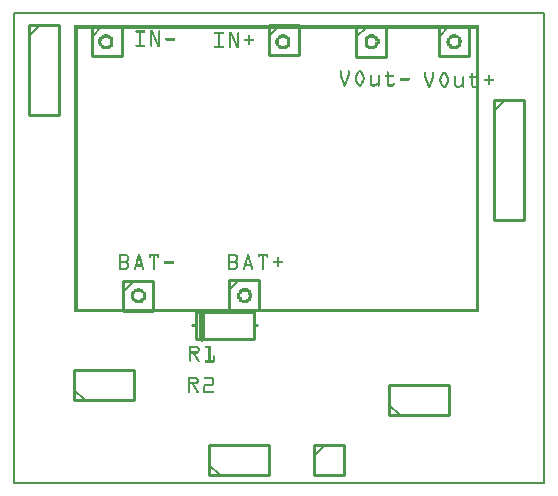
<source format=gto>
G04 MADE WITH FRITZING*
G04 WWW.FRITZING.ORG*
G04 SINGLE SIDED*
G04 HOLES NOT PLATED*
G04 CONTOUR ON CENTER OF CONTOUR VECTOR*
%ASAXBY*%
%FSLAX23Y23*%
%MOIN*%
%OFA0B0*%
%SFA1.0B1.0*%
%ADD10R,1.771650X1.574800X1.755650X1.558800*%
%ADD11C,0.008000*%
%ADD12C,0.010000*%
%ADD13C,0.005000*%
%ADD14C,0.020000*%
%ADD15R,0.001000X0.001000*%
%LNSILK1*%
G90*
G70*
G54D11*
X4Y1571D02*
X1768Y1571D01*
X1768Y4D01*
X4Y4D01*
X4Y1571D01*
D02*
G54D12*
X366Y677D02*
X366Y577D01*
D02*
X366Y577D02*
X466Y577D01*
D02*
X466Y577D02*
X466Y677D01*
D02*
X466Y677D02*
X366Y677D01*
G54D13*
D02*
X366Y642D02*
X401Y677D01*
G54D12*
D02*
X1003Y129D02*
X1003Y29D01*
D02*
X1003Y29D02*
X1103Y29D01*
D02*
X1103Y29D02*
X1103Y129D01*
D02*
X1103Y129D02*
X1003Y129D01*
G54D13*
D02*
X1003Y94D02*
X1038Y129D01*
G54D12*
D02*
X719Y681D02*
X719Y581D01*
D02*
X719Y581D02*
X819Y581D01*
D02*
X819Y581D02*
X819Y681D01*
D02*
X819Y681D02*
X719Y681D01*
G54D13*
D02*
X719Y646D02*
X754Y681D01*
G54D12*
D02*
X1419Y1526D02*
X1419Y1426D01*
D02*
X1419Y1426D02*
X1519Y1426D01*
D02*
X1519Y1426D02*
X1519Y1526D01*
D02*
X1519Y1526D02*
X1419Y1526D01*
G54D13*
D02*
X1419Y1491D02*
X1454Y1526D01*
G54D12*
D02*
X1144Y1524D02*
X1144Y1424D01*
D02*
X1144Y1424D02*
X1244Y1424D01*
D02*
X1244Y1424D02*
X1244Y1524D01*
D02*
X1244Y1524D02*
X1144Y1524D01*
G54D13*
D02*
X1144Y1489D02*
X1179Y1524D01*
G54D12*
D02*
X853Y1529D02*
X853Y1429D01*
D02*
X853Y1429D02*
X953Y1429D01*
D02*
X953Y1429D02*
X953Y1529D01*
D02*
X953Y1529D02*
X853Y1529D01*
G54D13*
D02*
X853Y1494D02*
X888Y1529D01*
G54D12*
D02*
X261Y1526D02*
X261Y1426D01*
D02*
X261Y1426D02*
X361Y1426D01*
D02*
X361Y1426D02*
X361Y1526D01*
D02*
X361Y1526D02*
X261Y1526D01*
G54D13*
D02*
X261Y1491D02*
X296Y1526D01*
G54D12*
D02*
X1603Y1279D02*
X1603Y879D01*
D02*
X1603Y879D02*
X1703Y879D01*
D02*
X1703Y879D02*
X1703Y1279D01*
D02*
X1703Y1279D02*
X1603Y1279D01*
G54D13*
D02*
X1603Y1244D02*
X1638Y1279D01*
G54D12*
D02*
X1253Y229D02*
X1453Y229D01*
D02*
X1453Y229D02*
X1453Y329D01*
D02*
X1453Y329D02*
X1253Y329D01*
D02*
X1253Y329D02*
X1253Y229D01*
G54D13*
D02*
X1288Y229D02*
X1253Y264D01*
G54D12*
D02*
X653Y29D02*
X853Y29D01*
D02*
X853Y29D02*
X853Y129D01*
D02*
X853Y129D02*
X653Y129D01*
D02*
X653Y129D02*
X653Y29D01*
G54D13*
D02*
X688Y29D02*
X653Y64D01*
G54D12*
D02*
X203Y279D02*
X403Y279D01*
D02*
X403Y279D02*
X403Y379D01*
D02*
X403Y379D02*
X203Y379D01*
D02*
X203Y379D02*
X203Y279D01*
G54D13*
D02*
X238Y279D02*
X203Y314D01*
G54D12*
D02*
X53Y1529D02*
X53Y1229D01*
D02*
X53Y1229D02*
X153Y1229D01*
D02*
X153Y1229D02*
X153Y1529D01*
D02*
X153Y1529D02*
X53Y1529D01*
G54D13*
D02*
X53Y1494D02*
X88Y1529D01*
G54D12*
D02*
X596Y529D02*
X609Y529D01*
D02*
X804Y529D02*
X811Y529D01*
D02*
X609Y574D02*
X804Y574D01*
D02*
X804Y574D02*
X804Y484D01*
D02*
X804Y484D02*
X609Y484D01*
D02*
X609Y484D02*
X609Y574D01*
G54D14*
D02*
X629Y484D02*
X629Y574D01*
G36*
X204Y1530D02*
X204Y1516D01*
X1544Y1516D01*
X1544Y583D01*
X1554Y583D01*
X1554Y1530D01*
X204Y1530D01*
G37*
D02*
G36*
X204Y1516D02*
X204Y583D01*
X217Y583D01*
X217Y1516D01*
X204Y1516D01*
G37*
D02*
G36*
X204Y583D02*
X204Y580D01*
X1554Y580D01*
X1554Y583D01*
X204Y583D01*
G37*
D02*
G36*
X204Y583D02*
X204Y580D01*
X1554Y580D01*
X1554Y583D01*
X204Y583D01*
G37*
D02*
G36*
X204Y580D02*
X204Y573D01*
X1554Y573D01*
X1554Y580D01*
X204Y580D01*
G37*
D02*
G36*
X304Y1500D02*
X304Y1496D01*
X297Y1496D01*
X297Y1493D01*
X291Y1493D01*
X291Y1490D01*
X287Y1490D01*
X287Y1486D01*
X317Y1486D01*
X317Y1483D01*
X321Y1483D01*
X321Y1480D01*
X324Y1480D01*
X324Y1466D01*
X321Y1466D01*
X321Y1463D01*
X317Y1463D01*
X317Y1460D01*
X331Y1460D01*
X331Y1463D01*
X334Y1463D01*
X334Y1483D01*
X331Y1483D01*
X331Y1490D01*
X327Y1490D01*
X327Y1493D01*
X324Y1493D01*
X324Y1496D01*
X317Y1496D01*
X317Y1500D01*
X304Y1500D01*
G37*
D02*
G36*
X287Y1486D02*
X287Y1483D01*
X284Y1483D01*
X284Y1466D01*
X287Y1466D01*
X287Y1460D01*
X301Y1460D01*
X301Y1463D01*
X297Y1463D01*
X297Y1470D01*
X294Y1470D01*
X294Y1476D01*
X297Y1476D01*
X297Y1483D01*
X301Y1483D01*
X301Y1486D01*
X287Y1486D01*
G37*
D02*
G36*
X291Y1460D02*
X291Y1456D01*
X331Y1456D01*
X331Y1460D01*
X291Y1460D01*
G37*
D02*
G36*
X291Y1460D02*
X291Y1456D01*
X331Y1456D01*
X331Y1460D01*
X291Y1460D01*
G37*
D02*
G36*
X294Y1456D02*
X294Y1453D01*
X297Y1453D01*
X297Y1450D01*
X321Y1450D01*
X321Y1453D01*
X327Y1453D01*
X327Y1456D01*
X294Y1456D01*
G37*
D02*
G36*
X894Y1500D02*
X894Y1496D01*
X887Y1496D01*
X887Y1493D01*
X881Y1493D01*
X881Y1486D01*
X907Y1486D01*
X907Y1483D01*
X911Y1483D01*
X911Y1480D01*
X914Y1480D01*
X914Y1466D01*
X911Y1466D01*
X911Y1463D01*
X907Y1463D01*
X907Y1460D01*
X921Y1460D01*
X921Y1463D01*
X924Y1463D01*
X924Y1486D01*
X921Y1486D01*
X921Y1490D01*
X917Y1490D01*
X917Y1493D01*
X914Y1493D01*
X914Y1496D01*
X907Y1496D01*
X907Y1500D01*
X894Y1500D01*
G37*
D02*
G36*
X877Y1486D02*
X877Y1480D01*
X874Y1480D01*
X874Y1466D01*
X877Y1466D01*
X877Y1460D01*
X894Y1460D01*
X894Y1463D01*
X887Y1463D01*
X887Y1483D01*
X891Y1483D01*
X891Y1486D01*
X877Y1486D01*
G37*
D02*
G36*
X881Y1460D02*
X881Y1456D01*
X921Y1456D01*
X921Y1460D01*
X881Y1460D01*
G37*
D02*
G36*
X881Y1460D02*
X881Y1456D01*
X921Y1456D01*
X921Y1460D01*
X881Y1460D01*
G37*
D02*
G36*
X884Y1456D02*
X884Y1453D01*
X887Y1453D01*
X887Y1450D01*
X911Y1450D01*
X911Y1453D01*
X917Y1453D01*
X917Y1456D01*
X884Y1456D01*
G37*
D02*
G36*
X1187Y1500D02*
X1187Y1496D01*
X1181Y1496D01*
X1181Y1493D01*
X1177Y1493D01*
X1177Y1490D01*
X1174Y1490D01*
X1174Y1486D01*
X1204Y1486D01*
X1204Y1483D01*
X1207Y1483D01*
X1207Y1476D01*
X1211Y1476D01*
X1211Y1473D01*
X1207Y1473D01*
X1207Y1463D01*
X1204Y1463D01*
X1204Y1460D01*
X1217Y1460D01*
X1217Y1466D01*
X1221Y1466D01*
X1221Y1483D01*
X1217Y1483D01*
X1217Y1490D01*
X1214Y1490D01*
X1214Y1493D01*
X1207Y1493D01*
X1207Y1496D01*
X1201Y1496D01*
X1201Y1500D01*
X1187Y1500D01*
G37*
D02*
G36*
X1174Y1486D02*
X1174Y1483D01*
X1171Y1483D01*
X1171Y1463D01*
X1174Y1463D01*
X1174Y1460D01*
X1187Y1460D01*
X1187Y1463D01*
X1184Y1463D01*
X1184Y1466D01*
X1181Y1466D01*
X1181Y1480D01*
X1184Y1480D01*
X1184Y1483D01*
X1187Y1483D01*
X1187Y1486D01*
X1174Y1486D01*
G37*
D02*
G36*
X1174Y1460D02*
X1174Y1456D01*
X1214Y1456D01*
X1214Y1460D01*
X1174Y1460D01*
G37*
D02*
G36*
X1174Y1460D02*
X1174Y1456D01*
X1214Y1456D01*
X1214Y1460D01*
X1174Y1460D01*
G37*
D02*
G36*
X1177Y1456D02*
X1177Y1453D01*
X1184Y1453D01*
X1184Y1450D01*
X1207Y1450D01*
X1207Y1453D01*
X1211Y1453D01*
X1211Y1456D01*
X1177Y1456D01*
G37*
D02*
G36*
X1464Y1500D02*
X1464Y1496D01*
X1457Y1496D01*
X1457Y1493D01*
X1454Y1493D01*
X1454Y1490D01*
X1451Y1490D01*
X1451Y1486D01*
X1481Y1486D01*
X1481Y1483D01*
X1484Y1483D01*
X1484Y1466D01*
X1481Y1466D01*
X1481Y1463D01*
X1477Y1463D01*
X1477Y1460D01*
X1494Y1460D01*
X1494Y1470D01*
X1497Y1470D01*
X1497Y1480D01*
X1494Y1480D01*
X1494Y1486D01*
X1491Y1486D01*
X1491Y1490D01*
X1487Y1490D01*
X1487Y1493D01*
X1484Y1493D01*
X1484Y1496D01*
X1477Y1496D01*
X1477Y1500D01*
X1464Y1500D01*
G37*
D02*
G36*
X1447Y1486D02*
X1447Y1476D01*
X1444Y1476D01*
X1444Y1470D01*
X1447Y1470D01*
X1447Y1460D01*
X1464Y1460D01*
X1464Y1463D01*
X1461Y1463D01*
X1461Y1466D01*
X1457Y1466D01*
X1457Y1483D01*
X1461Y1483D01*
X1461Y1486D01*
X1447Y1486D01*
G37*
D02*
G36*
X1451Y1460D02*
X1451Y1456D01*
X1491Y1456D01*
X1491Y1460D01*
X1451Y1460D01*
G37*
D02*
G36*
X1451Y1460D02*
X1451Y1456D01*
X1491Y1456D01*
X1491Y1460D01*
X1451Y1460D01*
G37*
D02*
G36*
X1454Y1456D02*
X1454Y1453D01*
X1457Y1453D01*
X1457Y1450D01*
X1484Y1450D01*
X1484Y1453D01*
X1487Y1453D01*
X1487Y1456D01*
X1454Y1456D01*
G37*
D02*
G36*
X411Y653D02*
X411Y650D01*
X404Y650D01*
X404Y646D01*
X401Y646D01*
X401Y643D01*
X397Y643D01*
X397Y640D01*
X427Y640D01*
X427Y636D01*
X431Y636D01*
X431Y620D01*
X427Y620D01*
X427Y616D01*
X424Y616D01*
X424Y613D01*
X441Y613D01*
X441Y623D01*
X444Y623D01*
X444Y633D01*
X441Y633D01*
X441Y640D01*
X437Y640D01*
X437Y643D01*
X434Y643D01*
X434Y646D01*
X431Y646D01*
X431Y650D01*
X424Y650D01*
X424Y653D01*
X411Y653D01*
G37*
D02*
G36*
X394Y640D02*
X394Y630D01*
X391Y630D01*
X391Y623D01*
X394Y623D01*
X394Y616D01*
X397Y616D01*
X397Y613D01*
X411Y613D01*
X411Y616D01*
X407Y616D01*
X407Y620D01*
X404Y620D01*
X404Y633D01*
X407Y633D01*
X407Y640D01*
X394Y640D01*
G37*
D02*
G36*
X397Y613D02*
X397Y610D01*
X437Y610D01*
X437Y613D01*
X397Y613D01*
G37*
D02*
G36*
X397Y613D02*
X397Y610D01*
X437Y610D01*
X437Y613D01*
X397Y613D01*
G37*
D02*
G36*
X401Y610D02*
X401Y606D01*
X407Y606D01*
X407Y603D01*
X431Y603D01*
X431Y606D01*
X434Y606D01*
X434Y610D01*
X401Y610D01*
G37*
D02*
G36*
X764Y653D02*
X764Y650D01*
X757Y650D01*
X757Y646D01*
X754Y646D01*
X754Y643D01*
X751Y643D01*
X751Y640D01*
X781Y640D01*
X781Y636D01*
X784Y636D01*
X784Y630D01*
X787Y630D01*
X787Y623D01*
X784Y623D01*
X784Y616D01*
X777Y616D01*
X777Y613D01*
X794Y613D01*
X794Y620D01*
X797Y620D01*
X797Y636D01*
X794Y636D01*
X794Y643D01*
X791Y643D01*
X791Y646D01*
X787Y646D01*
X787Y650D01*
X781Y650D01*
X781Y653D01*
X764Y653D01*
G37*
D02*
G36*
X751Y640D02*
X751Y636D01*
X747Y636D01*
X747Y616D01*
X751Y616D01*
X751Y613D01*
X764Y613D01*
X764Y616D01*
X761Y616D01*
X761Y623D01*
X757Y623D01*
X757Y633D01*
X761Y633D01*
X761Y636D01*
X764Y636D01*
X764Y640D01*
X751Y640D01*
G37*
D02*
G36*
X751Y613D02*
X751Y610D01*
X791Y610D01*
X791Y613D01*
X751Y613D01*
G37*
D02*
G36*
X751Y613D02*
X751Y610D01*
X791Y610D01*
X791Y613D01*
X751Y613D01*
G37*
D02*
G36*
X754Y610D02*
X754Y606D01*
X761Y606D01*
X761Y603D01*
X784Y603D01*
X784Y606D01*
X787Y606D01*
X787Y610D01*
X754Y610D01*
G37*
D02*
G54D15*
X408Y1512D02*
X438Y1512D01*
X456Y1512D02*
X465Y1512D01*
X486Y1512D02*
X488Y1512D01*
X407Y1511D02*
X439Y1511D01*
X456Y1511D02*
X465Y1511D01*
X485Y1511D02*
X489Y1511D01*
X407Y1510D02*
X440Y1510D01*
X456Y1510D02*
X466Y1510D01*
X484Y1510D02*
X490Y1510D01*
X406Y1509D02*
X440Y1509D01*
X456Y1509D02*
X466Y1509D01*
X484Y1509D02*
X490Y1509D01*
X406Y1508D02*
X440Y1508D01*
X456Y1508D02*
X466Y1508D01*
X484Y1508D02*
X490Y1508D01*
X407Y1507D02*
X439Y1507D01*
X456Y1507D02*
X467Y1507D01*
X484Y1507D02*
X490Y1507D01*
X408Y1506D02*
X438Y1506D01*
X456Y1506D02*
X467Y1506D01*
X484Y1506D02*
X490Y1506D01*
X671Y1506D02*
X702Y1506D01*
X719Y1506D02*
X728Y1506D01*
X748Y1506D02*
X752Y1506D01*
X420Y1505D02*
X426Y1505D01*
X456Y1505D02*
X468Y1505D01*
X484Y1505D02*
X490Y1505D01*
X670Y1505D02*
X703Y1505D01*
X719Y1505D02*
X729Y1505D01*
X747Y1505D02*
X753Y1505D01*
X420Y1504D02*
X426Y1504D01*
X456Y1504D02*
X468Y1504D01*
X484Y1504D02*
X490Y1504D01*
X670Y1504D02*
X703Y1504D01*
X719Y1504D02*
X729Y1504D01*
X747Y1504D02*
X753Y1504D01*
X420Y1503D02*
X426Y1503D01*
X456Y1503D02*
X469Y1503D01*
X484Y1503D02*
X490Y1503D01*
X670Y1503D02*
X703Y1503D01*
X719Y1503D02*
X729Y1503D01*
X747Y1503D02*
X753Y1503D01*
X420Y1502D02*
X426Y1502D01*
X456Y1502D02*
X469Y1502D01*
X484Y1502D02*
X490Y1502D01*
X670Y1502D02*
X703Y1502D01*
X719Y1502D02*
X730Y1502D01*
X747Y1502D02*
X753Y1502D01*
X420Y1501D02*
X426Y1501D01*
X456Y1501D02*
X470Y1501D01*
X484Y1501D02*
X490Y1501D01*
X671Y1501D02*
X702Y1501D01*
X719Y1501D02*
X730Y1501D01*
X747Y1501D02*
X753Y1501D01*
X420Y1500D02*
X426Y1500D01*
X456Y1500D02*
X470Y1500D01*
X484Y1500D02*
X490Y1500D01*
X673Y1500D02*
X700Y1500D01*
X719Y1500D02*
X731Y1500D01*
X747Y1500D02*
X753Y1500D01*
X420Y1499D02*
X426Y1499D01*
X456Y1499D02*
X470Y1499D01*
X484Y1499D02*
X490Y1499D01*
X683Y1499D02*
X689Y1499D01*
X719Y1499D02*
X731Y1499D01*
X747Y1499D02*
X753Y1499D01*
X420Y1498D02*
X426Y1498D01*
X456Y1498D02*
X462Y1498D01*
X464Y1498D02*
X471Y1498D01*
X484Y1498D02*
X490Y1498D01*
X683Y1498D02*
X689Y1498D01*
X719Y1498D02*
X732Y1498D01*
X747Y1498D02*
X753Y1498D01*
X420Y1497D02*
X426Y1497D01*
X456Y1497D02*
X462Y1497D01*
X465Y1497D02*
X471Y1497D01*
X484Y1497D02*
X490Y1497D01*
X683Y1497D02*
X689Y1497D01*
X719Y1497D02*
X732Y1497D01*
X747Y1497D02*
X753Y1497D01*
X786Y1497D02*
X787Y1497D01*
X420Y1496D02*
X426Y1496D01*
X456Y1496D02*
X462Y1496D01*
X465Y1496D02*
X472Y1496D01*
X484Y1496D02*
X490Y1496D01*
X683Y1496D02*
X689Y1496D01*
X719Y1496D02*
X732Y1496D01*
X747Y1496D02*
X753Y1496D01*
X784Y1496D02*
X788Y1496D01*
X420Y1495D02*
X426Y1495D01*
X456Y1495D02*
X462Y1495D01*
X465Y1495D02*
X472Y1495D01*
X484Y1495D02*
X490Y1495D01*
X683Y1495D02*
X689Y1495D01*
X719Y1495D02*
X733Y1495D01*
X747Y1495D02*
X753Y1495D01*
X784Y1495D02*
X789Y1495D01*
X420Y1494D02*
X426Y1494D01*
X456Y1494D02*
X462Y1494D01*
X466Y1494D02*
X473Y1494D01*
X484Y1494D02*
X490Y1494D01*
X683Y1494D02*
X689Y1494D01*
X719Y1494D02*
X733Y1494D01*
X747Y1494D02*
X753Y1494D01*
X783Y1494D02*
X789Y1494D01*
X420Y1493D02*
X426Y1493D01*
X456Y1493D02*
X462Y1493D01*
X466Y1493D02*
X473Y1493D01*
X484Y1493D02*
X490Y1493D01*
X683Y1493D02*
X689Y1493D01*
X719Y1493D02*
X725Y1493D01*
X727Y1493D02*
X734Y1493D01*
X747Y1493D02*
X753Y1493D01*
X783Y1493D02*
X789Y1493D01*
X420Y1492D02*
X426Y1492D01*
X456Y1492D02*
X462Y1492D01*
X467Y1492D02*
X473Y1492D01*
X484Y1492D02*
X490Y1492D01*
X683Y1492D02*
X689Y1492D01*
X719Y1492D02*
X725Y1492D01*
X728Y1492D02*
X734Y1492D01*
X747Y1492D02*
X753Y1492D01*
X783Y1492D02*
X789Y1492D01*
X420Y1491D02*
X426Y1491D01*
X456Y1491D02*
X462Y1491D01*
X467Y1491D02*
X474Y1491D01*
X484Y1491D02*
X490Y1491D01*
X683Y1491D02*
X689Y1491D01*
X719Y1491D02*
X725Y1491D01*
X728Y1491D02*
X735Y1491D01*
X747Y1491D02*
X753Y1491D01*
X783Y1491D02*
X789Y1491D01*
X420Y1490D02*
X426Y1490D01*
X456Y1490D02*
X462Y1490D01*
X468Y1490D02*
X474Y1490D01*
X484Y1490D02*
X490Y1490D01*
X683Y1490D02*
X689Y1490D01*
X719Y1490D02*
X725Y1490D01*
X728Y1490D02*
X735Y1490D01*
X747Y1490D02*
X753Y1490D01*
X783Y1490D02*
X789Y1490D01*
X420Y1489D02*
X426Y1489D01*
X456Y1489D02*
X462Y1489D01*
X468Y1489D02*
X475Y1489D01*
X484Y1489D02*
X490Y1489D01*
X683Y1489D02*
X689Y1489D01*
X719Y1489D02*
X725Y1489D01*
X729Y1489D02*
X736Y1489D01*
X747Y1489D02*
X753Y1489D01*
X783Y1489D02*
X789Y1489D01*
X420Y1488D02*
X426Y1488D01*
X456Y1488D02*
X462Y1488D01*
X469Y1488D02*
X475Y1488D01*
X484Y1488D02*
X490Y1488D01*
X508Y1488D02*
X538Y1488D01*
X683Y1488D02*
X689Y1488D01*
X719Y1488D02*
X725Y1488D01*
X729Y1488D02*
X736Y1488D01*
X747Y1488D02*
X753Y1488D01*
X783Y1488D02*
X789Y1488D01*
X420Y1487D02*
X426Y1487D01*
X456Y1487D02*
X462Y1487D01*
X469Y1487D02*
X476Y1487D01*
X484Y1487D02*
X490Y1487D01*
X507Y1487D02*
X539Y1487D01*
X683Y1487D02*
X689Y1487D01*
X719Y1487D02*
X725Y1487D01*
X730Y1487D02*
X736Y1487D01*
X747Y1487D02*
X753Y1487D01*
X783Y1487D02*
X789Y1487D01*
X420Y1486D02*
X426Y1486D01*
X456Y1486D02*
X462Y1486D01*
X469Y1486D02*
X476Y1486D01*
X484Y1486D02*
X490Y1486D01*
X506Y1486D02*
X540Y1486D01*
X683Y1486D02*
X689Y1486D01*
X719Y1486D02*
X725Y1486D01*
X730Y1486D02*
X737Y1486D01*
X747Y1486D02*
X753Y1486D01*
X783Y1486D02*
X789Y1486D01*
X420Y1485D02*
X426Y1485D01*
X456Y1485D02*
X462Y1485D01*
X470Y1485D02*
X477Y1485D01*
X484Y1485D02*
X490Y1485D01*
X506Y1485D02*
X540Y1485D01*
X683Y1485D02*
X689Y1485D01*
X719Y1485D02*
X725Y1485D01*
X731Y1485D02*
X737Y1485D01*
X747Y1485D02*
X753Y1485D01*
X783Y1485D02*
X789Y1485D01*
X420Y1484D02*
X426Y1484D01*
X456Y1484D02*
X462Y1484D01*
X470Y1484D02*
X477Y1484D01*
X484Y1484D02*
X490Y1484D01*
X506Y1484D02*
X540Y1484D01*
X683Y1484D02*
X689Y1484D01*
X719Y1484D02*
X725Y1484D01*
X731Y1484D02*
X738Y1484D01*
X747Y1484D02*
X753Y1484D01*
X783Y1484D02*
X789Y1484D01*
X420Y1483D02*
X426Y1483D01*
X456Y1483D02*
X462Y1483D01*
X471Y1483D02*
X477Y1483D01*
X484Y1483D02*
X490Y1483D01*
X506Y1483D02*
X540Y1483D01*
X683Y1483D02*
X689Y1483D01*
X719Y1483D02*
X725Y1483D01*
X731Y1483D02*
X738Y1483D01*
X747Y1483D02*
X753Y1483D01*
X771Y1483D02*
X801Y1483D01*
X420Y1482D02*
X426Y1482D01*
X456Y1482D02*
X462Y1482D01*
X471Y1482D02*
X478Y1482D01*
X484Y1482D02*
X490Y1482D01*
X506Y1482D02*
X540Y1482D01*
X683Y1482D02*
X689Y1482D01*
X719Y1482D02*
X725Y1482D01*
X732Y1482D02*
X739Y1482D01*
X747Y1482D02*
X753Y1482D01*
X770Y1482D02*
X802Y1482D01*
X420Y1481D02*
X426Y1481D01*
X456Y1481D02*
X462Y1481D01*
X472Y1481D02*
X478Y1481D01*
X484Y1481D02*
X490Y1481D01*
X507Y1481D02*
X540Y1481D01*
X683Y1481D02*
X689Y1481D01*
X719Y1481D02*
X725Y1481D01*
X732Y1481D02*
X739Y1481D01*
X747Y1481D02*
X753Y1481D01*
X770Y1481D02*
X803Y1481D01*
X420Y1480D02*
X426Y1480D01*
X456Y1480D02*
X462Y1480D01*
X472Y1480D02*
X479Y1480D01*
X484Y1480D02*
X490Y1480D01*
X507Y1480D02*
X539Y1480D01*
X683Y1480D02*
X689Y1480D01*
X719Y1480D02*
X725Y1480D01*
X733Y1480D02*
X740Y1480D01*
X747Y1480D02*
X753Y1480D01*
X769Y1480D02*
X803Y1480D01*
X420Y1479D02*
X426Y1479D01*
X456Y1479D02*
X462Y1479D01*
X472Y1479D02*
X479Y1479D01*
X484Y1479D02*
X490Y1479D01*
X509Y1479D02*
X537Y1479D01*
X683Y1479D02*
X689Y1479D01*
X719Y1479D02*
X725Y1479D01*
X733Y1479D02*
X740Y1479D01*
X747Y1479D02*
X753Y1479D01*
X770Y1479D02*
X803Y1479D01*
X420Y1478D02*
X426Y1478D01*
X456Y1478D02*
X462Y1478D01*
X473Y1478D02*
X480Y1478D01*
X484Y1478D02*
X490Y1478D01*
X683Y1478D02*
X689Y1478D01*
X719Y1478D02*
X725Y1478D01*
X734Y1478D02*
X740Y1478D01*
X747Y1478D02*
X753Y1478D01*
X770Y1478D02*
X802Y1478D01*
X420Y1477D02*
X426Y1477D01*
X456Y1477D02*
X462Y1477D01*
X473Y1477D02*
X480Y1477D01*
X484Y1477D02*
X490Y1477D01*
X683Y1477D02*
X689Y1477D01*
X719Y1477D02*
X725Y1477D01*
X734Y1477D02*
X741Y1477D01*
X747Y1477D02*
X753Y1477D01*
X771Y1477D02*
X801Y1477D01*
X420Y1476D02*
X426Y1476D01*
X456Y1476D02*
X462Y1476D01*
X474Y1476D02*
X480Y1476D01*
X484Y1476D02*
X490Y1476D01*
X683Y1476D02*
X689Y1476D01*
X719Y1476D02*
X725Y1476D01*
X735Y1476D02*
X741Y1476D01*
X747Y1476D02*
X753Y1476D01*
X783Y1476D02*
X789Y1476D01*
X420Y1475D02*
X426Y1475D01*
X456Y1475D02*
X462Y1475D01*
X474Y1475D02*
X481Y1475D01*
X484Y1475D02*
X490Y1475D01*
X683Y1475D02*
X689Y1475D01*
X719Y1475D02*
X725Y1475D01*
X735Y1475D02*
X742Y1475D01*
X747Y1475D02*
X753Y1475D01*
X783Y1475D02*
X789Y1475D01*
X420Y1474D02*
X426Y1474D01*
X456Y1474D02*
X462Y1474D01*
X475Y1474D02*
X481Y1474D01*
X484Y1474D02*
X490Y1474D01*
X683Y1474D02*
X689Y1474D01*
X719Y1474D02*
X725Y1474D01*
X735Y1474D02*
X742Y1474D01*
X747Y1474D02*
X753Y1474D01*
X783Y1474D02*
X789Y1474D01*
X420Y1473D02*
X426Y1473D01*
X456Y1473D02*
X462Y1473D01*
X475Y1473D02*
X482Y1473D01*
X484Y1473D02*
X490Y1473D01*
X683Y1473D02*
X689Y1473D01*
X719Y1473D02*
X725Y1473D01*
X736Y1473D02*
X743Y1473D01*
X747Y1473D02*
X753Y1473D01*
X783Y1473D02*
X789Y1473D01*
X420Y1472D02*
X426Y1472D01*
X456Y1472D02*
X462Y1472D01*
X476Y1472D02*
X482Y1472D01*
X484Y1472D02*
X490Y1472D01*
X683Y1472D02*
X689Y1472D01*
X719Y1472D02*
X725Y1472D01*
X736Y1472D02*
X743Y1472D01*
X747Y1472D02*
X753Y1472D01*
X783Y1472D02*
X789Y1472D01*
X420Y1471D02*
X426Y1471D01*
X456Y1471D02*
X462Y1471D01*
X476Y1471D02*
X490Y1471D01*
X683Y1471D02*
X689Y1471D01*
X719Y1471D02*
X725Y1471D01*
X737Y1471D02*
X743Y1471D01*
X747Y1471D02*
X753Y1471D01*
X783Y1471D02*
X789Y1471D01*
X420Y1470D02*
X426Y1470D01*
X456Y1470D02*
X462Y1470D01*
X476Y1470D02*
X490Y1470D01*
X683Y1470D02*
X689Y1470D01*
X719Y1470D02*
X725Y1470D01*
X737Y1470D02*
X744Y1470D01*
X747Y1470D02*
X753Y1470D01*
X783Y1470D02*
X789Y1470D01*
X420Y1469D02*
X426Y1469D01*
X456Y1469D02*
X462Y1469D01*
X477Y1469D02*
X490Y1469D01*
X683Y1469D02*
X689Y1469D01*
X719Y1469D02*
X725Y1469D01*
X738Y1469D02*
X744Y1469D01*
X747Y1469D02*
X753Y1469D01*
X783Y1469D02*
X789Y1469D01*
X420Y1468D02*
X426Y1468D01*
X456Y1468D02*
X462Y1468D01*
X477Y1468D02*
X490Y1468D01*
X683Y1468D02*
X689Y1468D01*
X719Y1468D02*
X725Y1468D01*
X738Y1468D02*
X745Y1468D01*
X747Y1468D02*
X753Y1468D01*
X783Y1468D02*
X789Y1468D01*
X420Y1467D02*
X426Y1467D01*
X456Y1467D02*
X462Y1467D01*
X478Y1467D02*
X490Y1467D01*
X683Y1467D02*
X689Y1467D01*
X719Y1467D02*
X725Y1467D01*
X739Y1467D02*
X745Y1467D01*
X747Y1467D02*
X753Y1467D01*
X783Y1467D02*
X789Y1467D01*
X420Y1466D02*
X426Y1466D01*
X456Y1466D02*
X462Y1466D01*
X478Y1466D02*
X490Y1466D01*
X683Y1466D02*
X689Y1466D01*
X719Y1466D02*
X725Y1466D01*
X739Y1466D02*
X753Y1466D01*
X783Y1466D02*
X789Y1466D01*
X409Y1465D02*
X437Y1465D01*
X456Y1465D02*
X462Y1465D01*
X479Y1465D02*
X490Y1465D01*
X683Y1465D02*
X689Y1465D01*
X719Y1465D02*
X725Y1465D01*
X739Y1465D02*
X753Y1465D01*
X783Y1465D02*
X789Y1465D01*
X407Y1464D02*
X439Y1464D01*
X456Y1464D02*
X462Y1464D01*
X479Y1464D02*
X490Y1464D01*
X683Y1464D02*
X689Y1464D01*
X719Y1464D02*
X725Y1464D01*
X740Y1464D02*
X753Y1464D01*
X784Y1464D02*
X788Y1464D01*
X407Y1463D02*
X440Y1463D01*
X456Y1463D02*
X462Y1463D01*
X479Y1463D02*
X490Y1463D01*
X683Y1463D02*
X689Y1463D01*
X719Y1463D02*
X725Y1463D01*
X740Y1463D02*
X753Y1463D01*
X785Y1463D02*
X787Y1463D01*
X406Y1462D02*
X440Y1462D01*
X456Y1462D02*
X462Y1462D01*
X480Y1462D02*
X490Y1462D01*
X683Y1462D02*
X689Y1462D01*
X719Y1462D02*
X725Y1462D01*
X741Y1462D02*
X753Y1462D01*
X406Y1461D02*
X440Y1461D01*
X456Y1461D02*
X462Y1461D01*
X480Y1461D02*
X490Y1461D01*
X683Y1461D02*
X689Y1461D01*
X719Y1461D02*
X725Y1461D01*
X741Y1461D02*
X753Y1461D01*
X407Y1460D02*
X439Y1460D01*
X457Y1460D02*
X462Y1460D01*
X481Y1460D02*
X490Y1460D01*
X683Y1460D02*
X689Y1460D01*
X719Y1460D02*
X725Y1460D01*
X742Y1460D02*
X753Y1460D01*
X408Y1459D02*
X438Y1459D01*
X458Y1459D02*
X461Y1459D01*
X481Y1459D02*
X490Y1459D01*
X671Y1459D02*
X702Y1459D01*
X719Y1459D02*
X725Y1459D01*
X742Y1459D02*
X753Y1459D01*
X670Y1458D02*
X703Y1458D01*
X719Y1458D02*
X725Y1458D01*
X742Y1458D02*
X753Y1458D01*
X670Y1457D02*
X703Y1457D01*
X719Y1457D02*
X725Y1457D01*
X743Y1457D02*
X753Y1457D01*
X670Y1456D02*
X703Y1456D01*
X720Y1456D02*
X725Y1456D01*
X743Y1456D02*
X753Y1456D01*
X670Y1455D02*
X703Y1455D01*
X720Y1455D02*
X725Y1455D01*
X744Y1455D02*
X753Y1455D01*
X670Y1454D02*
X702Y1454D01*
X720Y1454D02*
X724Y1454D01*
X744Y1454D02*
X753Y1454D01*
X672Y1453D02*
X701Y1453D01*
X722Y1453D02*
X723Y1453D01*
X745Y1453D02*
X753Y1453D01*
X1090Y1379D02*
X1092Y1379D01*
X1117Y1379D02*
X1119Y1379D01*
X1153Y1379D02*
X1157Y1379D01*
X1089Y1378D02*
X1093Y1378D01*
X1116Y1378D02*
X1121Y1378D01*
X1150Y1378D02*
X1159Y1378D01*
X1088Y1377D02*
X1094Y1377D01*
X1116Y1377D02*
X1121Y1377D01*
X1149Y1377D02*
X1160Y1377D01*
X1088Y1376D02*
X1094Y1376D01*
X1116Y1376D02*
X1121Y1376D01*
X1148Y1376D02*
X1161Y1376D01*
X1247Y1376D02*
X1249Y1376D01*
X1088Y1375D02*
X1094Y1375D01*
X1115Y1375D02*
X1122Y1375D01*
X1147Y1375D02*
X1162Y1375D01*
X1245Y1375D02*
X1250Y1375D01*
X1088Y1374D02*
X1094Y1374D01*
X1115Y1374D02*
X1122Y1374D01*
X1147Y1374D02*
X1163Y1374D01*
X1245Y1374D02*
X1251Y1374D01*
X1372Y1374D02*
X1374Y1374D01*
X1399Y1374D02*
X1401Y1374D01*
X1434Y1374D02*
X1438Y1374D01*
X1088Y1373D02*
X1094Y1373D01*
X1115Y1373D02*
X1122Y1373D01*
X1146Y1373D02*
X1163Y1373D01*
X1245Y1373D02*
X1251Y1373D01*
X1370Y1373D02*
X1375Y1373D01*
X1398Y1373D02*
X1402Y1373D01*
X1432Y1373D02*
X1441Y1373D01*
X1088Y1372D02*
X1094Y1372D01*
X1115Y1372D02*
X1122Y1372D01*
X1146Y1372D02*
X1153Y1372D01*
X1156Y1372D02*
X1164Y1372D01*
X1245Y1372D02*
X1251Y1372D01*
X1370Y1372D02*
X1375Y1372D01*
X1397Y1372D02*
X1403Y1372D01*
X1431Y1372D02*
X1442Y1372D01*
X1088Y1371D02*
X1094Y1371D01*
X1115Y1371D02*
X1122Y1371D01*
X1145Y1371D02*
X1152Y1371D01*
X1157Y1371D02*
X1164Y1371D01*
X1245Y1371D02*
X1251Y1371D01*
X1370Y1371D02*
X1376Y1371D01*
X1397Y1371D02*
X1403Y1371D01*
X1430Y1371D02*
X1443Y1371D01*
X1528Y1371D02*
X1531Y1371D01*
X1088Y1370D02*
X1094Y1370D01*
X1115Y1370D02*
X1122Y1370D01*
X1145Y1370D02*
X1152Y1370D01*
X1158Y1370D02*
X1165Y1370D01*
X1245Y1370D02*
X1251Y1370D01*
X1370Y1370D02*
X1376Y1370D01*
X1397Y1370D02*
X1403Y1370D01*
X1429Y1370D02*
X1444Y1370D01*
X1527Y1370D02*
X1532Y1370D01*
X1088Y1369D02*
X1094Y1369D01*
X1115Y1369D02*
X1122Y1369D01*
X1144Y1369D02*
X1151Y1369D01*
X1158Y1369D02*
X1165Y1369D01*
X1245Y1369D02*
X1251Y1369D01*
X1370Y1369D02*
X1376Y1369D01*
X1397Y1369D02*
X1403Y1369D01*
X1429Y1369D02*
X1444Y1369D01*
X1527Y1369D02*
X1532Y1369D01*
X1088Y1368D02*
X1094Y1368D01*
X1115Y1368D02*
X1122Y1368D01*
X1144Y1368D02*
X1151Y1368D01*
X1159Y1368D02*
X1166Y1368D01*
X1245Y1368D02*
X1251Y1368D01*
X1370Y1368D02*
X1376Y1368D01*
X1397Y1368D02*
X1403Y1368D01*
X1428Y1368D02*
X1445Y1368D01*
X1526Y1368D02*
X1532Y1368D01*
X1088Y1367D02*
X1094Y1367D01*
X1115Y1367D02*
X1122Y1367D01*
X1143Y1367D02*
X1150Y1367D01*
X1159Y1367D02*
X1166Y1367D01*
X1245Y1367D02*
X1251Y1367D01*
X1370Y1367D02*
X1376Y1367D01*
X1397Y1367D02*
X1403Y1367D01*
X1428Y1367D02*
X1435Y1367D01*
X1438Y1367D02*
X1445Y1367D01*
X1526Y1367D02*
X1532Y1367D01*
X1088Y1366D02*
X1094Y1366D01*
X1115Y1366D02*
X1122Y1366D01*
X1143Y1366D02*
X1150Y1366D01*
X1160Y1366D02*
X1167Y1366D01*
X1245Y1366D02*
X1251Y1366D01*
X1370Y1366D02*
X1376Y1366D01*
X1397Y1366D02*
X1403Y1366D01*
X1427Y1366D02*
X1434Y1366D01*
X1439Y1366D02*
X1446Y1366D01*
X1526Y1366D02*
X1532Y1366D01*
X1088Y1365D02*
X1094Y1365D01*
X1115Y1365D02*
X1122Y1365D01*
X1142Y1365D02*
X1149Y1365D01*
X1160Y1365D02*
X1167Y1365D01*
X1245Y1365D02*
X1251Y1365D01*
X1370Y1365D02*
X1376Y1365D01*
X1397Y1365D02*
X1403Y1365D01*
X1427Y1365D02*
X1433Y1365D01*
X1439Y1365D02*
X1446Y1365D01*
X1526Y1365D02*
X1532Y1365D01*
X1088Y1364D02*
X1094Y1364D01*
X1115Y1364D02*
X1122Y1364D01*
X1142Y1364D02*
X1149Y1364D01*
X1161Y1364D02*
X1168Y1364D01*
X1189Y1364D02*
X1192Y1364D01*
X1217Y1364D02*
X1220Y1364D01*
X1239Y1364D02*
X1266Y1364D01*
X1370Y1364D02*
X1376Y1364D01*
X1397Y1364D02*
X1403Y1364D01*
X1426Y1364D02*
X1433Y1364D01*
X1440Y1364D02*
X1447Y1364D01*
X1526Y1364D02*
X1532Y1364D01*
X1585Y1364D02*
X1588Y1364D01*
X1088Y1363D02*
X1095Y1363D01*
X1115Y1363D02*
X1121Y1363D01*
X1141Y1363D02*
X1148Y1363D01*
X1161Y1363D02*
X1168Y1363D01*
X1188Y1363D02*
X1193Y1363D01*
X1216Y1363D02*
X1221Y1363D01*
X1238Y1363D02*
X1267Y1363D01*
X1370Y1363D02*
X1376Y1363D01*
X1397Y1363D02*
X1403Y1363D01*
X1426Y1363D02*
X1432Y1363D01*
X1440Y1363D02*
X1447Y1363D01*
X1526Y1363D02*
X1532Y1363D01*
X1584Y1363D02*
X1589Y1363D01*
X1088Y1362D02*
X1095Y1362D01*
X1114Y1362D02*
X1121Y1362D01*
X1141Y1362D02*
X1148Y1362D01*
X1162Y1362D02*
X1169Y1362D01*
X1188Y1362D02*
X1194Y1362D01*
X1216Y1362D02*
X1221Y1362D01*
X1238Y1362D02*
X1268Y1362D01*
X1370Y1362D02*
X1376Y1362D01*
X1397Y1362D02*
X1403Y1362D01*
X1425Y1362D02*
X1432Y1362D01*
X1441Y1362D02*
X1448Y1362D01*
X1526Y1362D02*
X1532Y1362D01*
X1583Y1362D02*
X1589Y1362D01*
X1089Y1361D02*
X1095Y1361D01*
X1114Y1361D02*
X1121Y1361D01*
X1140Y1361D02*
X1147Y1361D01*
X1162Y1361D02*
X1169Y1361D01*
X1188Y1361D02*
X1194Y1361D01*
X1215Y1361D02*
X1221Y1361D01*
X1238Y1361D02*
X1268Y1361D01*
X1370Y1361D02*
X1376Y1361D01*
X1397Y1361D02*
X1403Y1361D01*
X1425Y1361D02*
X1431Y1361D01*
X1441Y1361D02*
X1448Y1361D01*
X1526Y1361D02*
X1532Y1361D01*
X1583Y1361D02*
X1589Y1361D01*
X1089Y1360D02*
X1096Y1360D01*
X1114Y1360D02*
X1120Y1360D01*
X1140Y1360D02*
X1147Y1360D01*
X1163Y1360D02*
X1169Y1360D01*
X1188Y1360D02*
X1194Y1360D01*
X1215Y1360D02*
X1221Y1360D01*
X1238Y1360D02*
X1268Y1360D01*
X1370Y1360D02*
X1376Y1360D01*
X1397Y1360D02*
X1403Y1360D01*
X1424Y1360D02*
X1431Y1360D01*
X1442Y1360D02*
X1449Y1360D01*
X1526Y1360D02*
X1533Y1360D01*
X1583Y1360D02*
X1589Y1360D01*
X1090Y1359D02*
X1096Y1359D01*
X1113Y1359D02*
X1120Y1359D01*
X1139Y1359D02*
X1146Y1359D01*
X1163Y1359D02*
X1170Y1359D01*
X1188Y1359D02*
X1194Y1359D01*
X1215Y1359D02*
X1221Y1359D01*
X1239Y1359D02*
X1267Y1359D01*
X1370Y1359D02*
X1376Y1359D01*
X1397Y1359D02*
X1403Y1359D01*
X1424Y1359D02*
X1430Y1359D01*
X1442Y1359D02*
X1449Y1359D01*
X1471Y1359D02*
X1474Y1359D01*
X1499Y1359D02*
X1502Y1359D01*
X1521Y1359D02*
X1548Y1359D01*
X1583Y1359D02*
X1589Y1359D01*
X1090Y1358D02*
X1097Y1358D01*
X1113Y1358D02*
X1119Y1358D01*
X1139Y1358D02*
X1146Y1358D01*
X1164Y1358D02*
X1170Y1358D01*
X1188Y1358D02*
X1194Y1358D01*
X1215Y1358D02*
X1221Y1358D01*
X1240Y1358D02*
X1266Y1358D01*
X1370Y1358D02*
X1376Y1358D01*
X1397Y1358D02*
X1403Y1358D01*
X1423Y1358D02*
X1430Y1358D01*
X1443Y1358D02*
X1450Y1358D01*
X1470Y1358D02*
X1475Y1358D01*
X1498Y1358D02*
X1503Y1358D01*
X1520Y1358D02*
X1549Y1358D01*
X1583Y1358D02*
X1589Y1358D01*
X1090Y1357D02*
X1097Y1357D01*
X1112Y1357D02*
X1119Y1357D01*
X1139Y1357D02*
X1145Y1357D01*
X1164Y1357D02*
X1171Y1357D01*
X1188Y1357D02*
X1194Y1357D01*
X1215Y1357D02*
X1221Y1357D01*
X1245Y1357D02*
X1251Y1357D01*
X1370Y1357D02*
X1377Y1357D01*
X1396Y1357D02*
X1403Y1357D01*
X1423Y1357D02*
X1429Y1357D01*
X1443Y1357D02*
X1450Y1357D01*
X1470Y1357D02*
X1475Y1357D01*
X1497Y1357D02*
X1503Y1357D01*
X1520Y1357D02*
X1549Y1357D01*
X1583Y1357D02*
X1589Y1357D01*
X1091Y1356D02*
X1097Y1356D01*
X1112Y1356D02*
X1119Y1356D01*
X1138Y1356D02*
X1145Y1356D01*
X1165Y1356D02*
X1171Y1356D01*
X1188Y1356D02*
X1194Y1356D01*
X1215Y1356D02*
X1221Y1356D01*
X1245Y1356D02*
X1251Y1356D01*
X1371Y1356D02*
X1377Y1356D01*
X1396Y1356D02*
X1402Y1356D01*
X1422Y1356D02*
X1429Y1356D01*
X1444Y1356D02*
X1451Y1356D01*
X1470Y1356D02*
X1476Y1356D01*
X1497Y1356D02*
X1503Y1356D01*
X1520Y1356D02*
X1550Y1356D01*
X1583Y1356D02*
X1589Y1356D01*
X1091Y1355D02*
X1098Y1355D01*
X1112Y1355D02*
X1118Y1355D01*
X1138Y1355D02*
X1144Y1355D01*
X1165Y1355D02*
X1171Y1355D01*
X1188Y1355D02*
X1194Y1355D01*
X1215Y1355D02*
X1221Y1355D01*
X1245Y1355D02*
X1251Y1355D01*
X1289Y1355D02*
X1320Y1355D01*
X1371Y1355D02*
X1377Y1355D01*
X1395Y1355D02*
X1402Y1355D01*
X1422Y1355D02*
X1428Y1355D01*
X1444Y1355D02*
X1451Y1355D01*
X1470Y1355D02*
X1476Y1355D01*
X1497Y1355D02*
X1503Y1355D01*
X1520Y1355D02*
X1549Y1355D01*
X1583Y1355D02*
X1589Y1355D01*
X1092Y1354D02*
X1098Y1354D01*
X1111Y1354D02*
X1118Y1354D01*
X1138Y1354D02*
X1144Y1354D01*
X1165Y1354D02*
X1171Y1354D01*
X1188Y1354D02*
X1194Y1354D01*
X1215Y1354D02*
X1221Y1354D01*
X1245Y1354D02*
X1251Y1354D01*
X1288Y1354D02*
X1321Y1354D01*
X1371Y1354D02*
X1378Y1354D01*
X1395Y1354D02*
X1401Y1354D01*
X1421Y1354D02*
X1428Y1354D01*
X1445Y1354D02*
X1452Y1354D01*
X1470Y1354D02*
X1476Y1354D01*
X1497Y1354D02*
X1503Y1354D01*
X1520Y1354D02*
X1549Y1354D01*
X1583Y1354D02*
X1589Y1354D01*
X1092Y1353D02*
X1099Y1353D01*
X1111Y1353D02*
X1117Y1353D01*
X1138Y1353D02*
X1144Y1353D01*
X1165Y1353D02*
X1171Y1353D01*
X1188Y1353D02*
X1194Y1353D01*
X1215Y1353D02*
X1221Y1353D01*
X1245Y1353D02*
X1251Y1353D01*
X1288Y1353D02*
X1321Y1353D01*
X1372Y1353D02*
X1378Y1353D01*
X1395Y1353D02*
X1401Y1353D01*
X1421Y1353D02*
X1427Y1353D01*
X1445Y1353D02*
X1452Y1353D01*
X1470Y1353D02*
X1476Y1353D01*
X1497Y1353D02*
X1503Y1353D01*
X1522Y1353D02*
X1548Y1353D01*
X1583Y1353D02*
X1589Y1353D01*
X1092Y1352D02*
X1099Y1352D01*
X1110Y1352D02*
X1117Y1352D01*
X1138Y1352D02*
X1144Y1352D01*
X1165Y1352D02*
X1171Y1352D01*
X1188Y1352D02*
X1194Y1352D01*
X1215Y1352D02*
X1221Y1352D01*
X1245Y1352D02*
X1251Y1352D01*
X1288Y1352D02*
X1321Y1352D01*
X1372Y1352D02*
X1379Y1352D01*
X1394Y1352D02*
X1401Y1352D01*
X1420Y1352D02*
X1427Y1352D01*
X1446Y1352D02*
X1452Y1352D01*
X1470Y1352D02*
X1476Y1352D01*
X1497Y1352D02*
X1503Y1352D01*
X1526Y1352D02*
X1532Y1352D01*
X1583Y1352D02*
X1589Y1352D01*
X1093Y1351D02*
X1099Y1351D01*
X1110Y1351D02*
X1117Y1351D01*
X1138Y1351D02*
X1144Y1351D01*
X1165Y1351D02*
X1171Y1351D01*
X1188Y1351D02*
X1194Y1351D01*
X1215Y1351D02*
X1221Y1351D01*
X1245Y1351D02*
X1251Y1351D01*
X1288Y1351D02*
X1321Y1351D01*
X1372Y1351D02*
X1379Y1351D01*
X1394Y1351D02*
X1400Y1351D01*
X1420Y1351D02*
X1426Y1351D01*
X1446Y1351D02*
X1453Y1351D01*
X1470Y1351D02*
X1476Y1351D01*
X1497Y1351D02*
X1503Y1351D01*
X1526Y1351D02*
X1532Y1351D01*
X1583Y1351D02*
X1590Y1351D01*
X1093Y1350D02*
X1100Y1350D01*
X1110Y1350D02*
X1116Y1350D01*
X1138Y1350D02*
X1144Y1350D01*
X1165Y1350D02*
X1171Y1350D01*
X1188Y1350D02*
X1194Y1350D01*
X1215Y1350D02*
X1221Y1350D01*
X1245Y1350D02*
X1251Y1350D01*
X1288Y1350D02*
X1321Y1350D01*
X1373Y1350D02*
X1379Y1350D01*
X1393Y1350D02*
X1400Y1350D01*
X1420Y1350D02*
X1426Y1350D01*
X1447Y1350D02*
X1453Y1350D01*
X1470Y1350D02*
X1476Y1350D01*
X1497Y1350D02*
X1503Y1350D01*
X1526Y1350D02*
X1532Y1350D01*
X1571Y1350D02*
X1602Y1350D01*
X1094Y1349D02*
X1100Y1349D01*
X1109Y1349D02*
X1116Y1349D01*
X1138Y1349D02*
X1145Y1349D01*
X1165Y1349D02*
X1171Y1349D01*
X1188Y1349D02*
X1194Y1349D01*
X1215Y1349D02*
X1221Y1349D01*
X1245Y1349D02*
X1251Y1349D01*
X1288Y1349D02*
X1321Y1349D01*
X1373Y1349D02*
X1380Y1349D01*
X1393Y1349D02*
X1400Y1349D01*
X1420Y1349D02*
X1426Y1349D01*
X1447Y1349D02*
X1453Y1349D01*
X1470Y1349D02*
X1476Y1349D01*
X1497Y1349D02*
X1503Y1349D01*
X1526Y1349D02*
X1532Y1349D01*
X1570Y1349D02*
X1603Y1349D01*
X1094Y1348D02*
X1101Y1348D01*
X1109Y1348D02*
X1115Y1348D01*
X1139Y1348D02*
X1145Y1348D01*
X1164Y1348D02*
X1171Y1348D01*
X1188Y1348D02*
X1194Y1348D01*
X1215Y1348D02*
X1221Y1348D01*
X1245Y1348D02*
X1251Y1348D01*
X1288Y1348D02*
X1321Y1348D01*
X1374Y1348D02*
X1380Y1348D01*
X1393Y1348D02*
X1399Y1348D01*
X1420Y1348D02*
X1426Y1348D01*
X1447Y1348D02*
X1453Y1348D01*
X1470Y1348D02*
X1476Y1348D01*
X1497Y1348D02*
X1503Y1348D01*
X1526Y1348D02*
X1532Y1348D01*
X1570Y1348D02*
X1603Y1348D01*
X1094Y1347D02*
X1101Y1347D01*
X1109Y1347D02*
X1115Y1347D01*
X1139Y1347D02*
X1145Y1347D01*
X1164Y1347D02*
X1170Y1347D01*
X1188Y1347D02*
X1194Y1347D01*
X1215Y1347D02*
X1221Y1347D01*
X1245Y1347D02*
X1251Y1347D01*
X1289Y1347D02*
X1320Y1347D01*
X1374Y1347D02*
X1381Y1347D01*
X1392Y1347D02*
X1399Y1347D01*
X1420Y1347D02*
X1426Y1347D01*
X1447Y1347D02*
X1453Y1347D01*
X1470Y1347D02*
X1476Y1347D01*
X1497Y1347D02*
X1503Y1347D01*
X1526Y1347D02*
X1532Y1347D01*
X1570Y1347D02*
X1603Y1347D01*
X1095Y1346D02*
X1101Y1346D01*
X1108Y1346D02*
X1115Y1346D01*
X1139Y1346D02*
X1146Y1346D01*
X1163Y1346D02*
X1170Y1346D01*
X1188Y1346D02*
X1194Y1346D01*
X1215Y1346D02*
X1221Y1346D01*
X1245Y1346D02*
X1251Y1346D01*
X1291Y1346D02*
X1319Y1346D01*
X1374Y1346D02*
X1381Y1346D01*
X1392Y1346D02*
X1398Y1346D01*
X1420Y1346D02*
X1426Y1346D01*
X1447Y1346D02*
X1453Y1346D01*
X1470Y1346D02*
X1476Y1346D01*
X1497Y1346D02*
X1503Y1346D01*
X1526Y1346D02*
X1532Y1346D01*
X1570Y1346D02*
X1603Y1346D01*
X1095Y1345D02*
X1102Y1345D01*
X1108Y1345D02*
X1114Y1345D01*
X1140Y1345D02*
X1146Y1345D01*
X1163Y1345D02*
X1170Y1345D01*
X1188Y1345D02*
X1194Y1345D01*
X1215Y1345D02*
X1221Y1345D01*
X1245Y1345D02*
X1251Y1345D01*
X1375Y1345D02*
X1381Y1345D01*
X1391Y1345D02*
X1398Y1345D01*
X1420Y1345D02*
X1426Y1345D01*
X1447Y1345D02*
X1453Y1345D01*
X1470Y1345D02*
X1476Y1345D01*
X1497Y1345D02*
X1503Y1345D01*
X1526Y1345D02*
X1532Y1345D01*
X1571Y1345D02*
X1602Y1345D01*
X1095Y1344D02*
X1102Y1344D01*
X1107Y1344D02*
X1114Y1344D01*
X1140Y1344D02*
X1147Y1344D01*
X1162Y1344D02*
X1169Y1344D01*
X1188Y1344D02*
X1194Y1344D01*
X1215Y1344D02*
X1221Y1344D01*
X1245Y1344D02*
X1251Y1344D01*
X1375Y1344D02*
X1382Y1344D01*
X1391Y1344D02*
X1398Y1344D01*
X1420Y1344D02*
X1426Y1344D01*
X1446Y1344D02*
X1453Y1344D01*
X1470Y1344D02*
X1476Y1344D01*
X1497Y1344D02*
X1503Y1344D01*
X1526Y1344D02*
X1532Y1344D01*
X1572Y1344D02*
X1600Y1344D01*
X1096Y1343D02*
X1102Y1343D01*
X1107Y1343D02*
X1114Y1343D01*
X1141Y1343D02*
X1148Y1343D01*
X1162Y1343D02*
X1169Y1343D01*
X1188Y1343D02*
X1194Y1343D01*
X1215Y1343D02*
X1221Y1343D01*
X1245Y1343D02*
X1251Y1343D01*
X1376Y1343D02*
X1382Y1343D01*
X1391Y1343D02*
X1397Y1343D01*
X1420Y1343D02*
X1427Y1343D01*
X1446Y1343D02*
X1452Y1343D01*
X1470Y1343D02*
X1476Y1343D01*
X1497Y1343D02*
X1503Y1343D01*
X1526Y1343D02*
X1532Y1343D01*
X1583Y1343D02*
X1589Y1343D01*
X1096Y1342D02*
X1103Y1342D01*
X1107Y1342D02*
X1113Y1342D01*
X1141Y1342D02*
X1148Y1342D01*
X1161Y1342D02*
X1168Y1342D01*
X1189Y1342D02*
X1195Y1342D01*
X1215Y1342D02*
X1221Y1342D01*
X1245Y1342D02*
X1251Y1342D01*
X1376Y1342D02*
X1383Y1342D01*
X1390Y1342D02*
X1397Y1342D01*
X1421Y1342D02*
X1427Y1342D01*
X1446Y1342D02*
X1452Y1342D01*
X1470Y1342D02*
X1476Y1342D01*
X1497Y1342D02*
X1503Y1342D01*
X1526Y1342D02*
X1532Y1342D01*
X1583Y1342D02*
X1589Y1342D01*
X1097Y1341D02*
X1103Y1341D01*
X1106Y1341D02*
X1113Y1341D01*
X1142Y1341D02*
X1149Y1341D01*
X1161Y1341D02*
X1168Y1341D01*
X1189Y1341D02*
X1195Y1341D01*
X1215Y1341D02*
X1221Y1341D01*
X1245Y1341D02*
X1251Y1341D01*
X1376Y1341D02*
X1383Y1341D01*
X1390Y1341D02*
X1396Y1341D01*
X1421Y1341D02*
X1428Y1341D01*
X1445Y1341D02*
X1452Y1341D01*
X1470Y1341D02*
X1476Y1341D01*
X1497Y1341D02*
X1503Y1341D01*
X1526Y1341D02*
X1532Y1341D01*
X1583Y1341D02*
X1589Y1341D01*
X1097Y1340D02*
X1104Y1340D01*
X1106Y1340D02*
X1112Y1340D01*
X1142Y1340D02*
X1149Y1340D01*
X1160Y1340D02*
X1167Y1340D01*
X1189Y1340D02*
X1195Y1340D01*
X1215Y1340D02*
X1221Y1340D01*
X1245Y1340D02*
X1251Y1340D01*
X1377Y1340D02*
X1383Y1340D01*
X1389Y1340D02*
X1396Y1340D01*
X1421Y1340D02*
X1428Y1340D01*
X1445Y1340D02*
X1451Y1340D01*
X1470Y1340D02*
X1476Y1340D01*
X1497Y1340D02*
X1503Y1340D01*
X1526Y1340D02*
X1532Y1340D01*
X1583Y1340D02*
X1589Y1340D01*
X1097Y1339D02*
X1112Y1339D01*
X1143Y1339D02*
X1150Y1339D01*
X1160Y1339D02*
X1167Y1339D01*
X1189Y1339D02*
X1195Y1339D01*
X1215Y1339D02*
X1221Y1339D01*
X1245Y1339D02*
X1251Y1339D01*
X1377Y1339D02*
X1384Y1339D01*
X1389Y1339D02*
X1396Y1339D01*
X1422Y1339D02*
X1429Y1339D01*
X1444Y1339D02*
X1451Y1339D01*
X1470Y1339D02*
X1476Y1339D01*
X1497Y1339D02*
X1503Y1339D01*
X1526Y1339D02*
X1532Y1339D01*
X1583Y1339D02*
X1589Y1339D01*
X1098Y1338D02*
X1112Y1338D01*
X1143Y1338D02*
X1150Y1338D01*
X1159Y1338D02*
X1166Y1338D01*
X1189Y1338D02*
X1195Y1338D01*
X1213Y1338D02*
X1221Y1338D01*
X1245Y1338D02*
X1251Y1338D01*
X1268Y1338D02*
X1269Y1338D01*
X1378Y1338D02*
X1384Y1338D01*
X1389Y1338D02*
X1395Y1338D01*
X1422Y1338D02*
X1429Y1338D01*
X1444Y1338D02*
X1450Y1338D01*
X1470Y1338D02*
X1476Y1338D01*
X1497Y1338D02*
X1503Y1338D01*
X1526Y1338D02*
X1532Y1338D01*
X1583Y1338D02*
X1589Y1338D01*
X1098Y1337D02*
X1111Y1337D01*
X1144Y1337D02*
X1151Y1337D01*
X1159Y1337D02*
X1166Y1337D01*
X1189Y1337D02*
X1195Y1337D01*
X1212Y1337D02*
X1221Y1337D01*
X1245Y1337D02*
X1251Y1337D01*
X1266Y1337D02*
X1270Y1337D01*
X1378Y1337D02*
X1385Y1337D01*
X1388Y1337D02*
X1395Y1337D01*
X1423Y1337D02*
X1430Y1337D01*
X1443Y1337D02*
X1450Y1337D01*
X1470Y1337D02*
X1476Y1337D01*
X1497Y1337D02*
X1503Y1337D01*
X1526Y1337D02*
X1532Y1337D01*
X1583Y1337D02*
X1589Y1337D01*
X1099Y1336D02*
X1111Y1336D01*
X1144Y1336D02*
X1151Y1336D01*
X1158Y1336D02*
X1165Y1336D01*
X1189Y1336D02*
X1195Y1336D01*
X1210Y1336D02*
X1221Y1336D01*
X1245Y1336D02*
X1251Y1336D01*
X1266Y1336D02*
X1271Y1336D01*
X1378Y1336D02*
X1385Y1336D01*
X1388Y1336D02*
X1394Y1336D01*
X1423Y1336D02*
X1430Y1336D01*
X1443Y1336D02*
X1449Y1336D01*
X1470Y1336D02*
X1476Y1336D01*
X1497Y1336D02*
X1503Y1336D01*
X1526Y1336D02*
X1532Y1336D01*
X1583Y1336D02*
X1589Y1336D01*
X1099Y1335D02*
X1110Y1335D01*
X1145Y1335D02*
X1152Y1335D01*
X1158Y1335D02*
X1165Y1335D01*
X1189Y1335D02*
X1195Y1335D01*
X1208Y1335D02*
X1221Y1335D01*
X1245Y1335D02*
X1251Y1335D01*
X1265Y1335D02*
X1271Y1335D01*
X1379Y1335D02*
X1385Y1335D01*
X1388Y1335D02*
X1394Y1335D01*
X1424Y1335D02*
X1431Y1335D01*
X1442Y1335D02*
X1449Y1335D01*
X1470Y1335D02*
X1476Y1335D01*
X1497Y1335D02*
X1503Y1335D01*
X1526Y1335D02*
X1532Y1335D01*
X1583Y1335D02*
X1589Y1335D01*
X1099Y1334D02*
X1110Y1334D01*
X1145Y1334D02*
X1152Y1334D01*
X1157Y1334D02*
X1164Y1334D01*
X1189Y1334D02*
X1195Y1334D01*
X1207Y1334D02*
X1221Y1334D01*
X1245Y1334D02*
X1251Y1334D01*
X1265Y1334D02*
X1271Y1334D01*
X1379Y1334D02*
X1394Y1334D01*
X1424Y1334D02*
X1431Y1334D01*
X1442Y1334D02*
X1448Y1334D01*
X1470Y1334D02*
X1476Y1334D01*
X1496Y1334D02*
X1503Y1334D01*
X1526Y1334D02*
X1532Y1334D01*
X1583Y1334D02*
X1589Y1334D01*
X1100Y1333D02*
X1110Y1333D01*
X1146Y1333D02*
X1153Y1333D01*
X1157Y1333D02*
X1164Y1333D01*
X1189Y1333D02*
X1196Y1333D01*
X1205Y1333D02*
X1221Y1333D01*
X1245Y1333D02*
X1252Y1333D01*
X1264Y1333D02*
X1271Y1333D01*
X1379Y1333D02*
X1393Y1333D01*
X1425Y1333D02*
X1432Y1333D01*
X1441Y1333D02*
X1448Y1333D01*
X1470Y1333D02*
X1476Y1333D01*
X1495Y1333D02*
X1503Y1333D01*
X1526Y1333D02*
X1532Y1333D01*
X1550Y1333D02*
X1550Y1333D01*
X1583Y1333D02*
X1589Y1333D01*
X1100Y1332D02*
X1109Y1332D01*
X1146Y1332D02*
X1163Y1332D01*
X1189Y1332D02*
X1221Y1332D01*
X1245Y1332D02*
X1271Y1332D01*
X1380Y1332D02*
X1393Y1332D01*
X1425Y1332D02*
X1432Y1332D01*
X1441Y1332D02*
X1447Y1332D01*
X1470Y1332D02*
X1476Y1332D01*
X1493Y1332D02*
X1503Y1332D01*
X1526Y1332D02*
X1532Y1332D01*
X1548Y1332D02*
X1552Y1332D01*
X1584Y1332D02*
X1589Y1332D01*
X1101Y1331D02*
X1109Y1331D01*
X1147Y1331D02*
X1163Y1331D01*
X1190Y1331D02*
X1221Y1331D01*
X1246Y1331D02*
X1270Y1331D01*
X1380Y1331D02*
X1393Y1331D01*
X1426Y1331D02*
X1433Y1331D01*
X1440Y1331D02*
X1447Y1331D01*
X1470Y1331D02*
X1476Y1331D01*
X1492Y1331D02*
X1503Y1331D01*
X1526Y1331D02*
X1532Y1331D01*
X1548Y1331D02*
X1553Y1331D01*
X1584Y1331D02*
X1588Y1331D01*
X1101Y1330D02*
X1108Y1330D01*
X1147Y1330D02*
X1162Y1330D01*
X1190Y1330D02*
X1213Y1330D01*
X1215Y1330D02*
X1221Y1330D01*
X1246Y1330D02*
X1270Y1330D01*
X1381Y1330D02*
X1392Y1330D01*
X1426Y1330D02*
X1433Y1330D01*
X1440Y1330D02*
X1446Y1330D01*
X1470Y1330D02*
X1477Y1330D01*
X1490Y1330D02*
X1503Y1330D01*
X1527Y1330D02*
X1533Y1330D01*
X1547Y1330D02*
X1553Y1330D01*
X1101Y1329D02*
X1108Y1329D01*
X1148Y1329D02*
X1161Y1329D01*
X1191Y1329D02*
X1211Y1329D01*
X1215Y1329D02*
X1221Y1329D01*
X1247Y1329D02*
X1269Y1329D01*
X1381Y1329D02*
X1392Y1329D01*
X1427Y1329D02*
X1434Y1329D01*
X1439Y1329D02*
X1446Y1329D01*
X1471Y1329D02*
X1477Y1329D01*
X1489Y1329D02*
X1503Y1329D01*
X1527Y1329D02*
X1533Y1329D01*
X1547Y1329D02*
X1553Y1329D01*
X1102Y1328D02*
X1108Y1328D01*
X1149Y1328D02*
X1161Y1328D01*
X1192Y1328D02*
X1209Y1328D01*
X1216Y1328D02*
X1221Y1328D01*
X1248Y1328D02*
X1268Y1328D01*
X1381Y1328D02*
X1391Y1328D01*
X1427Y1328D02*
X1434Y1328D01*
X1438Y1328D02*
X1445Y1328D01*
X1471Y1328D02*
X1478Y1328D01*
X1487Y1328D02*
X1503Y1328D01*
X1527Y1328D02*
X1534Y1328D01*
X1546Y1328D02*
X1553Y1328D01*
X1102Y1327D02*
X1107Y1327D01*
X1150Y1327D02*
X1159Y1327D01*
X1193Y1327D02*
X1208Y1327D01*
X1216Y1327D02*
X1221Y1327D01*
X1249Y1327D02*
X1267Y1327D01*
X1382Y1327D02*
X1391Y1327D01*
X1428Y1327D02*
X1445Y1327D01*
X1471Y1327D02*
X1503Y1327D01*
X1527Y1327D02*
X1553Y1327D01*
X1103Y1326D02*
X1106Y1326D01*
X1152Y1326D02*
X1158Y1326D01*
X1195Y1326D02*
X1206Y1326D01*
X1217Y1326D02*
X1220Y1326D01*
X1251Y1326D02*
X1265Y1326D01*
X1382Y1326D02*
X1391Y1326D01*
X1428Y1326D02*
X1444Y1326D01*
X1472Y1326D02*
X1503Y1326D01*
X1528Y1326D02*
X1552Y1326D01*
X1383Y1325D02*
X1390Y1325D01*
X1429Y1325D02*
X1444Y1325D01*
X1472Y1325D02*
X1494Y1325D01*
X1497Y1325D02*
X1503Y1325D01*
X1528Y1325D02*
X1551Y1325D01*
X1383Y1324D02*
X1390Y1324D01*
X1430Y1324D02*
X1443Y1324D01*
X1473Y1324D02*
X1493Y1324D01*
X1497Y1324D02*
X1503Y1324D01*
X1529Y1324D02*
X1551Y1324D01*
X1383Y1323D02*
X1389Y1323D01*
X1430Y1323D02*
X1442Y1323D01*
X1474Y1323D02*
X1491Y1323D01*
X1497Y1323D02*
X1503Y1323D01*
X1530Y1323D02*
X1550Y1323D01*
X1384Y1322D02*
X1389Y1322D01*
X1432Y1322D02*
X1441Y1322D01*
X1475Y1322D02*
X1490Y1322D01*
X1498Y1322D02*
X1503Y1322D01*
X1531Y1322D02*
X1548Y1322D01*
X1385Y1321D02*
X1388Y1321D01*
X1433Y1321D02*
X1439Y1321D01*
X1477Y1321D02*
X1487Y1321D01*
X1499Y1321D02*
X1502Y1321D01*
X1533Y1321D02*
X1547Y1321D01*
X716Y768D02*
X739Y768D01*
X781Y768D02*
X784Y768D01*
X816Y768D02*
X849Y768D01*
X352Y767D02*
X377Y767D01*
X417Y767D02*
X421Y767D01*
X452Y767D02*
X486Y767D01*
X716Y767D02*
X741Y767D01*
X780Y767D02*
X785Y767D01*
X816Y767D02*
X849Y767D01*
X352Y766D02*
X379Y766D01*
X417Y766D02*
X422Y766D01*
X452Y766D02*
X486Y766D01*
X716Y766D02*
X743Y766D01*
X780Y766D02*
X785Y766D01*
X816Y766D02*
X849Y766D01*
X352Y765D02*
X380Y765D01*
X416Y765D02*
X422Y765D01*
X452Y765D02*
X486Y765D01*
X716Y765D02*
X744Y765D01*
X779Y765D02*
X786Y765D01*
X816Y765D02*
X849Y765D01*
X352Y764D02*
X381Y764D01*
X416Y764D02*
X422Y764D01*
X452Y764D02*
X486Y764D01*
X716Y764D02*
X745Y764D01*
X779Y764D02*
X786Y764D01*
X816Y764D02*
X849Y764D01*
X352Y763D02*
X382Y763D01*
X416Y763D02*
X423Y763D01*
X452Y763D02*
X486Y763D01*
X716Y763D02*
X746Y763D01*
X779Y763D02*
X786Y763D01*
X816Y763D02*
X849Y763D01*
X352Y762D02*
X383Y762D01*
X415Y762D02*
X423Y762D01*
X452Y762D02*
X486Y762D01*
X716Y762D02*
X747Y762D01*
X778Y762D02*
X786Y762D01*
X816Y762D02*
X849Y762D01*
X352Y761D02*
X384Y761D01*
X415Y761D02*
X423Y761D01*
X452Y761D02*
X486Y761D01*
X716Y761D02*
X722Y761D01*
X739Y761D02*
X748Y761D01*
X778Y761D02*
X787Y761D01*
X816Y761D02*
X822Y761D01*
X829Y761D02*
X835Y761D01*
X843Y761D02*
X849Y761D01*
X352Y760D02*
X358Y760D01*
X376Y760D02*
X384Y760D01*
X415Y760D02*
X424Y760D01*
X452Y760D02*
X458Y760D01*
X466Y760D02*
X472Y760D01*
X480Y760D02*
X486Y760D01*
X716Y760D02*
X722Y760D01*
X740Y760D02*
X748Y760D01*
X778Y760D02*
X787Y760D01*
X816Y760D02*
X822Y760D01*
X829Y760D02*
X835Y760D01*
X843Y760D02*
X849Y760D01*
X352Y759D02*
X358Y759D01*
X378Y759D02*
X385Y759D01*
X414Y759D02*
X424Y759D01*
X452Y759D02*
X458Y759D01*
X466Y759D02*
X472Y759D01*
X480Y759D02*
X486Y759D01*
X716Y759D02*
X722Y759D01*
X741Y759D02*
X748Y759D01*
X778Y759D02*
X787Y759D01*
X816Y759D02*
X822Y759D01*
X829Y759D02*
X835Y759D01*
X843Y759D02*
X849Y759D01*
X352Y758D02*
X358Y758D01*
X378Y758D02*
X385Y758D01*
X414Y758D02*
X424Y758D01*
X452Y758D02*
X458Y758D01*
X466Y758D02*
X472Y758D01*
X480Y758D02*
X486Y758D01*
X716Y758D02*
X722Y758D01*
X742Y758D02*
X749Y758D01*
X777Y758D02*
X788Y758D01*
X816Y758D02*
X821Y758D01*
X829Y758D02*
X835Y758D01*
X843Y758D02*
X849Y758D01*
X881Y758D02*
X884Y758D01*
X352Y757D02*
X358Y757D01*
X379Y757D02*
X386Y757D01*
X414Y757D02*
X424Y757D01*
X453Y757D02*
X458Y757D01*
X466Y757D02*
X472Y757D01*
X480Y757D02*
X486Y757D01*
X716Y757D02*
X722Y757D01*
X743Y757D02*
X749Y757D01*
X777Y757D02*
X788Y757D01*
X816Y757D02*
X821Y757D01*
X829Y757D02*
X835Y757D01*
X844Y757D02*
X848Y757D01*
X880Y757D02*
X885Y757D01*
X352Y756D02*
X358Y756D01*
X380Y756D02*
X386Y756D01*
X413Y756D02*
X425Y756D01*
X453Y756D02*
X457Y756D01*
X466Y756D02*
X472Y756D01*
X481Y756D02*
X485Y756D01*
X716Y756D02*
X722Y756D01*
X743Y756D02*
X749Y756D01*
X777Y756D02*
X788Y756D01*
X818Y756D02*
X820Y756D01*
X829Y756D02*
X835Y756D01*
X845Y756D02*
X847Y756D01*
X880Y756D02*
X885Y756D01*
X352Y755D02*
X358Y755D01*
X380Y755D02*
X386Y755D01*
X413Y755D02*
X425Y755D01*
X466Y755D02*
X472Y755D01*
X716Y755D02*
X722Y755D01*
X743Y755D02*
X749Y755D01*
X776Y755D02*
X789Y755D01*
X829Y755D02*
X835Y755D01*
X879Y755D02*
X885Y755D01*
X352Y754D02*
X358Y754D01*
X380Y754D02*
X386Y754D01*
X413Y754D02*
X425Y754D01*
X466Y754D02*
X472Y754D01*
X716Y754D02*
X722Y754D01*
X743Y754D02*
X749Y754D01*
X776Y754D02*
X789Y754D01*
X829Y754D02*
X835Y754D01*
X879Y754D02*
X885Y754D01*
X352Y753D02*
X358Y753D01*
X380Y753D02*
X386Y753D01*
X413Y753D02*
X426Y753D01*
X466Y753D02*
X472Y753D01*
X716Y753D02*
X722Y753D01*
X743Y753D02*
X749Y753D01*
X776Y753D02*
X789Y753D01*
X829Y753D02*
X835Y753D01*
X879Y753D02*
X885Y753D01*
X352Y752D02*
X358Y752D01*
X380Y752D02*
X386Y752D01*
X412Y752D02*
X426Y752D01*
X466Y752D02*
X472Y752D01*
X716Y752D02*
X722Y752D01*
X743Y752D02*
X749Y752D01*
X775Y752D02*
X789Y752D01*
X829Y752D02*
X835Y752D01*
X879Y752D02*
X885Y752D01*
X352Y751D02*
X358Y751D01*
X380Y751D02*
X386Y751D01*
X412Y751D02*
X418Y751D01*
X420Y751D02*
X426Y751D01*
X466Y751D02*
X472Y751D01*
X716Y751D02*
X722Y751D01*
X743Y751D02*
X749Y751D01*
X775Y751D02*
X790Y751D01*
X829Y751D02*
X835Y751D01*
X879Y751D02*
X885Y751D01*
X352Y750D02*
X358Y750D01*
X380Y750D02*
X386Y750D01*
X412Y750D02*
X418Y750D01*
X420Y750D02*
X426Y750D01*
X466Y750D02*
X472Y750D01*
X716Y750D02*
X722Y750D01*
X743Y750D02*
X749Y750D01*
X775Y750D02*
X781Y750D01*
X784Y750D02*
X790Y750D01*
X829Y750D02*
X835Y750D01*
X879Y750D02*
X885Y750D01*
X352Y749D02*
X358Y749D01*
X380Y749D02*
X386Y749D01*
X411Y749D02*
X418Y749D01*
X420Y749D02*
X427Y749D01*
X466Y749D02*
X472Y749D01*
X716Y749D02*
X722Y749D01*
X743Y749D02*
X749Y749D01*
X775Y749D02*
X781Y749D01*
X784Y749D02*
X790Y749D01*
X829Y749D02*
X835Y749D01*
X879Y749D02*
X885Y749D01*
X352Y748D02*
X358Y748D01*
X379Y748D02*
X386Y748D01*
X411Y748D02*
X417Y748D01*
X421Y748D02*
X427Y748D01*
X466Y748D02*
X472Y748D01*
X716Y748D02*
X722Y748D01*
X742Y748D02*
X749Y748D01*
X774Y748D02*
X781Y748D01*
X784Y748D02*
X791Y748D01*
X829Y748D02*
X835Y748D01*
X879Y748D02*
X885Y748D01*
X352Y747D02*
X358Y747D01*
X378Y747D02*
X385Y747D01*
X411Y747D02*
X417Y747D01*
X421Y747D02*
X427Y747D01*
X466Y747D02*
X472Y747D01*
X716Y747D02*
X722Y747D01*
X741Y747D02*
X748Y747D01*
X774Y747D02*
X780Y747D01*
X785Y747D02*
X791Y747D01*
X829Y747D02*
X835Y747D01*
X879Y747D02*
X885Y747D01*
X352Y746D02*
X358Y746D01*
X377Y746D02*
X385Y746D01*
X411Y746D02*
X417Y746D01*
X421Y746D02*
X428Y746D01*
X466Y746D02*
X472Y746D01*
X716Y746D02*
X722Y746D01*
X740Y746D02*
X748Y746D01*
X774Y746D02*
X780Y746D01*
X785Y746D02*
X791Y746D01*
X829Y746D02*
X835Y746D01*
X879Y746D02*
X885Y746D01*
X352Y745D02*
X358Y745D01*
X376Y745D02*
X384Y745D01*
X410Y745D02*
X417Y745D01*
X422Y745D02*
X428Y745D01*
X466Y745D02*
X472Y745D01*
X716Y745D02*
X722Y745D01*
X737Y745D02*
X747Y745D01*
X773Y745D02*
X780Y745D01*
X785Y745D02*
X791Y745D01*
X829Y745D02*
X835Y745D01*
X879Y745D02*
X886Y745D01*
X352Y744D02*
X384Y744D01*
X410Y744D02*
X416Y744D01*
X422Y744D02*
X428Y744D01*
X466Y744D02*
X472Y744D01*
X504Y744D02*
X534Y744D01*
X716Y744D02*
X747Y744D01*
X773Y744D02*
X779Y744D01*
X785Y744D02*
X792Y744D01*
X829Y744D02*
X835Y744D01*
X867Y744D02*
X898Y744D01*
X352Y743D02*
X383Y743D01*
X410Y743D02*
X416Y743D01*
X422Y743D02*
X429Y743D01*
X466Y743D02*
X472Y743D01*
X503Y743D02*
X535Y743D01*
X716Y743D02*
X746Y743D01*
X773Y743D02*
X779Y743D01*
X786Y743D02*
X792Y743D01*
X829Y743D02*
X835Y743D01*
X866Y743D02*
X899Y743D01*
X352Y742D02*
X382Y742D01*
X409Y742D02*
X416Y742D01*
X422Y742D02*
X429Y742D01*
X466Y742D02*
X472Y742D01*
X503Y742D02*
X536Y742D01*
X716Y742D02*
X745Y742D01*
X773Y742D02*
X779Y742D01*
X786Y742D02*
X792Y742D01*
X829Y742D02*
X835Y742D01*
X866Y742D02*
X899Y742D01*
X352Y741D02*
X381Y741D01*
X409Y741D02*
X415Y741D01*
X423Y741D02*
X429Y741D01*
X466Y741D02*
X472Y741D01*
X502Y741D02*
X536Y741D01*
X716Y741D02*
X745Y741D01*
X772Y741D02*
X779Y741D01*
X786Y741D02*
X793Y741D01*
X829Y741D02*
X835Y741D01*
X866Y741D02*
X899Y741D01*
X352Y740D02*
X382Y740D01*
X409Y740D02*
X415Y740D01*
X423Y740D02*
X429Y740D01*
X466Y740D02*
X472Y740D01*
X502Y740D02*
X536Y740D01*
X716Y740D02*
X746Y740D01*
X772Y740D02*
X778Y740D01*
X787Y740D02*
X793Y740D01*
X829Y740D02*
X835Y740D01*
X866Y740D02*
X899Y740D01*
X352Y739D02*
X383Y739D01*
X409Y739D02*
X415Y739D01*
X423Y739D02*
X430Y739D01*
X466Y739D02*
X472Y739D01*
X502Y739D02*
X536Y739D01*
X716Y739D02*
X747Y739D01*
X772Y739D02*
X778Y739D01*
X787Y739D02*
X793Y739D01*
X829Y739D02*
X835Y739D01*
X867Y739D02*
X898Y739D01*
X352Y738D02*
X384Y738D01*
X408Y738D02*
X415Y738D01*
X424Y738D02*
X430Y738D01*
X466Y738D02*
X472Y738D01*
X502Y738D02*
X536Y738D01*
X716Y738D02*
X747Y738D01*
X771Y738D02*
X778Y738D01*
X787Y738D02*
X793Y738D01*
X829Y738D02*
X835Y738D01*
X869Y738D02*
X896Y738D01*
X352Y737D02*
X358Y737D01*
X375Y737D02*
X384Y737D01*
X408Y737D02*
X414Y737D01*
X424Y737D02*
X430Y737D01*
X466Y737D02*
X472Y737D01*
X502Y737D02*
X536Y737D01*
X716Y737D02*
X722Y737D01*
X740Y737D02*
X748Y737D01*
X771Y737D02*
X777Y737D01*
X787Y737D02*
X794Y737D01*
X829Y737D02*
X835Y737D01*
X879Y737D02*
X885Y737D01*
X352Y736D02*
X358Y736D01*
X377Y736D02*
X385Y736D01*
X408Y736D02*
X414Y736D01*
X424Y736D02*
X431Y736D01*
X466Y736D02*
X472Y736D01*
X503Y736D02*
X535Y736D01*
X716Y736D02*
X722Y736D01*
X741Y736D02*
X748Y736D01*
X771Y736D02*
X777Y736D01*
X788Y736D02*
X794Y736D01*
X829Y736D02*
X835Y736D01*
X879Y736D02*
X885Y736D01*
X352Y735D02*
X358Y735D01*
X378Y735D02*
X385Y735D01*
X407Y735D02*
X414Y735D01*
X425Y735D02*
X431Y735D01*
X466Y735D02*
X472Y735D01*
X504Y735D02*
X534Y735D01*
X716Y735D02*
X722Y735D01*
X742Y735D02*
X749Y735D01*
X771Y735D02*
X777Y735D01*
X788Y735D02*
X794Y735D01*
X829Y735D02*
X835Y735D01*
X879Y735D02*
X885Y735D01*
X352Y734D02*
X358Y734D01*
X379Y734D02*
X385Y734D01*
X407Y734D02*
X413Y734D01*
X425Y734D02*
X431Y734D01*
X466Y734D02*
X472Y734D01*
X716Y734D02*
X722Y734D01*
X743Y734D02*
X749Y734D01*
X770Y734D02*
X777Y734D01*
X788Y734D02*
X795Y734D01*
X829Y734D02*
X835Y734D01*
X879Y734D02*
X885Y734D01*
X352Y733D02*
X358Y733D01*
X379Y733D02*
X386Y733D01*
X407Y733D02*
X413Y733D01*
X425Y733D02*
X431Y733D01*
X466Y733D02*
X472Y733D01*
X716Y733D02*
X722Y733D01*
X743Y733D02*
X749Y733D01*
X770Y733D02*
X795Y733D01*
X829Y733D02*
X835Y733D01*
X879Y733D02*
X885Y733D01*
X352Y732D02*
X358Y732D01*
X380Y732D02*
X386Y732D01*
X406Y732D02*
X432Y732D01*
X466Y732D02*
X472Y732D01*
X716Y732D02*
X722Y732D01*
X743Y732D02*
X749Y732D01*
X770Y732D02*
X795Y732D01*
X829Y732D02*
X835Y732D01*
X879Y732D02*
X885Y732D01*
X352Y731D02*
X358Y731D01*
X380Y731D02*
X386Y731D01*
X406Y731D02*
X432Y731D01*
X466Y731D02*
X472Y731D01*
X716Y731D02*
X722Y731D01*
X743Y731D02*
X749Y731D01*
X769Y731D02*
X796Y731D01*
X829Y731D02*
X835Y731D01*
X879Y731D02*
X885Y731D01*
X352Y730D02*
X358Y730D01*
X380Y730D02*
X386Y730D01*
X406Y730D02*
X432Y730D01*
X466Y730D02*
X472Y730D01*
X716Y730D02*
X722Y730D01*
X743Y730D02*
X749Y730D01*
X769Y730D02*
X796Y730D01*
X829Y730D02*
X835Y730D01*
X879Y730D02*
X885Y730D01*
X352Y729D02*
X358Y729D01*
X380Y729D02*
X386Y729D01*
X406Y729D02*
X433Y729D01*
X466Y729D02*
X472Y729D01*
X716Y729D02*
X722Y729D01*
X743Y729D02*
X749Y729D01*
X769Y729D02*
X796Y729D01*
X829Y729D02*
X835Y729D01*
X879Y729D02*
X885Y729D01*
X352Y728D02*
X358Y728D01*
X380Y728D02*
X386Y728D01*
X405Y728D02*
X433Y728D01*
X466Y728D02*
X472Y728D01*
X716Y728D02*
X722Y728D01*
X743Y728D02*
X749Y728D01*
X768Y728D02*
X796Y728D01*
X829Y728D02*
X835Y728D01*
X879Y728D02*
X885Y728D01*
X352Y727D02*
X358Y727D01*
X380Y727D02*
X386Y727D01*
X405Y727D02*
X433Y727D01*
X466Y727D02*
X472Y727D01*
X716Y727D02*
X722Y727D01*
X743Y727D02*
X749Y727D01*
X768Y727D02*
X797Y727D01*
X829Y727D02*
X835Y727D01*
X880Y727D02*
X885Y727D01*
X352Y726D02*
X358Y726D01*
X380Y726D02*
X386Y726D01*
X405Y726D02*
X433Y726D01*
X466Y726D02*
X472Y726D01*
X716Y726D02*
X722Y726D01*
X743Y726D02*
X749Y726D01*
X768Y726D02*
X774Y726D01*
X790Y726D02*
X797Y726D01*
X829Y726D02*
X835Y726D01*
X880Y726D02*
X885Y726D01*
X352Y725D02*
X358Y725D01*
X379Y725D02*
X386Y725D01*
X404Y725D02*
X411Y725D01*
X428Y725D02*
X434Y725D01*
X466Y725D02*
X472Y725D01*
X716Y725D02*
X722Y725D01*
X742Y725D02*
X749Y725D01*
X768Y725D02*
X774Y725D01*
X791Y725D02*
X797Y725D01*
X829Y725D02*
X835Y725D01*
X881Y725D02*
X884Y725D01*
X352Y724D02*
X358Y724D01*
X379Y724D02*
X385Y724D01*
X404Y724D02*
X410Y724D01*
X428Y724D02*
X434Y724D01*
X466Y724D02*
X472Y724D01*
X716Y724D02*
X722Y724D01*
X742Y724D02*
X749Y724D01*
X767Y724D02*
X774Y724D01*
X791Y724D02*
X798Y724D01*
X829Y724D02*
X835Y724D01*
X352Y723D02*
X358Y723D01*
X378Y723D02*
X385Y723D01*
X404Y723D02*
X410Y723D01*
X428Y723D02*
X434Y723D01*
X466Y723D02*
X472Y723D01*
X716Y723D02*
X722Y723D01*
X741Y723D02*
X748Y723D01*
X767Y723D02*
X773Y723D01*
X792Y723D02*
X798Y723D01*
X829Y723D02*
X835Y723D01*
X352Y722D02*
X358Y722D01*
X377Y722D02*
X385Y722D01*
X404Y722D02*
X410Y722D01*
X428Y722D02*
X435Y722D01*
X466Y722D02*
X472Y722D01*
X716Y722D02*
X722Y722D01*
X739Y722D02*
X748Y722D01*
X767Y722D02*
X773Y722D01*
X792Y722D02*
X798Y722D01*
X829Y722D02*
X835Y722D01*
X352Y721D02*
X359Y721D01*
X375Y721D02*
X384Y721D01*
X403Y721D02*
X410Y721D01*
X429Y721D02*
X435Y721D01*
X466Y721D02*
X472Y721D01*
X716Y721D02*
X747Y721D01*
X766Y721D02*
X773Y721D01*
X792Y721D02*
X798Y721D01*
X829Y721D02*
X835Y721D01*
X352Y720D02*
X384Y720D01*
X403Y720D02*
X409Y720D01*
X429Y720D02*
X435Y720D01*
X466Y720D02*
X472Y720D01*
X716Y720D02*
X746Y720D01*
X766Y720D02*
X772Y720D01*
X792Y720D02*
X799Y720D01*
X829Y720D02*
X835Y720D01*
X352Y719D02*
X383Y719D01*
X403Y719D02*
X409Y719D01*
X429Y719D02*
X436Y719D01*
X466Y719D02*
X472Y719D01*
X716Y719D02*
X746Y719D01*
X766Y719D02*
X772Y719D01*
X793Y719D02*
X799Y719D01*
X829Y719D02*
X835Y719D01*
X352Y718D02*
X382Y718D01*
X402Y718D02*
X409Y718D01*
X430Y718D02*
X436Y718D01*
X466Y718D02*
X472Y718D01*
X716Y718D02*
X745Y718D01*
X766Y718D02*
X772Y718D01*
X793Y718D02*
X799Y718D01*
X829Y718D02*
X835Y718D01*
X352Y717D02*
X381Y717D01*
X402Y717D02*
X408Y717D01*
X430Y717D02*
X436Y717D01*
X466Y717D02*
X472Y717D01*
X716Y717D02*
X743Y717D01*
X766Y717D02*
X772Y717D01*
X793Y717D02*
X799Y717D01*
X830Y717D02*
X835Y717D01*
X352Y716D02*
X379Y716D01*
X402Y716D02*
X408Y716D01*
X430Y716D02*
X436Y716D01*
X466Y716D02*
X472Y716D01*
X716Y716D02*
X742Y716D01*
X766Y716D02*
X771Y716D01*
X794Y716D02*
X799Y716D01*
X830Y716D02*
X835Y716D01*
X352Y715D02*
X378Y715D01*
X403Y715D02*
X407Y715D01*
X431Y715D02*
X435Y715D01*
X467Y715D02*
X471Y715D01*
X716Y715D02*
X739Y715D01*
X767Y715D02*
X770Y715D01*
X795Y715D02*
X798Y715D01*
X831Y715D02*
X834Y715D01*
X353Y714D02*
X374Y714D01*
X405Y714D02*
X406Y714D01*
X432Y714D02*
X434Y714D01*
X468Y714D02*
X470Y714D01*
X588Y460D02*
X612Y460D01*
X640Y460D02*
X657Y460D01*
X587Y459D02*
X615Y459D01*
X638Y459D02*
X657Y459D01*
X587Y458D02*
X617Y458D01*
X638Y458D02*
X657Y458D01*
X587Y457D02*
X618Y457D01*
X637Y457D02*
X657Y457D01*
X587Y456D02*
X619Y456D01*
X638Y456D02*
X657Y456D01*
X587Y455D02*
X619Y455D01*
X638Y455D02*
X657Y455D01*
X587Y454D02*
X620Y454D01*
X639Y454D02*
X657Y454D01*
X587Y453D02*
X594Y453D01*
X612Y453D02*
X620Y453D01*
X651Y453D02*
X657Y453D01*
X587Y452D02*
X593Y452D01*
X614Y452D02*
X621Y452D01*
X651Y452D02*
X657Y452D01*
X587Y451D02*
X593Y451D01*
X615Y451D02*
X621Y451D01*
X651Y451D02*
X657Y451D01*
X587Y450D02*
X593Y450D01*
X615Y450D02*
X621Y450D01*
X651Y450D02*
X657Y450D01*
X587Y449D02*
X593Y449D01*
X615Y449D02*
X621Y449D01*
X651Y449D02*
X657Y449D01*
X587Y448D02*
X593Y448D01*
X615Y448D02*
X621Y448D01*
X651Y448D02*
X657Y448D01*
X587Y447D02*
X593Y447D01*
X615Y447D02*
X621Y447D01*
X651Y447D02*
X657Y447D01*
X587Y446D02*
X593Y446D01*
X615Y446D02*
X621Y446D01*
X651Y446D02*
X657Y446D01*
X587Y445D02*
X593Y445D01*
X615Y445D02*
X621Y445D01*
X651Y445D02*
X657Y445D01*
X587Y444D02*
X593Y444D01*
X614Y444D02*
X621Y444D01*
X651Y444D02*
X657Y444D01*
X587Y443D02*
X593Y443D01*
X613Y443D02*
X621Y443D01*
X651Y443D02*
X657Y443D01*
X587Y442D02*
X620Y442D01*
X651Y442D02*
X657Y442D01*
X587Y441D02*
X620Y441D01*
X651Y441D02*
X657Y441D01*
X587Y440D02*
X619Y440D01*
X651Y440D02*
X657Y440D01*
X587Y439D02*
X618Y439D01*
X651Y439D02*
X657Y439D01*
X587Y438D02*
X617Y438D01*
X651Y438D02*
X657Y438D01*
X587Y437D02*
X616Y437D01*
X651Y437D02*
X657Y437D01*
X587Y436D02*
X614Y436D01*
X651Y436D02*
X657Y436D01*
X587Y435D02*
X593Y435D01*
X599Y435D02*
X607Y435D01*
X651Y435D02*
X657Y435D01*
X587Y434D02*
X593Y434D01*
X600Y434D02*
X607Y434D01*
X651Y434D02*
X657Y434D01*
X587Y433D02*
X593Y433D01*
X601Y433D02*
X608Y433D01*
X651Y433D02*
X657Y433D01*
X587Y432D02*
X593Y432D01*
X601Y432D02*
X608Y432D01*
X651Y432D02*
X657Y432D01*
X587Y431D02*
X593Y431D01*
X602Y431D02*
X609Y431D01*
X651Y431D02*
X657Y431D01*
X587Y430D02*
X593Y430D01*
X602Y430D02*
X610Y430D01*
X651Y430D02*
X657Y430D01*
X666Y430D02*
X669Y430D01*
X587Y429D02*
X593Y429D01*
X603Y429D02*
X610Y429D01*
X651Y429D02*
X657Y429D01*
X666Y429D02*
X670Y429D01*
X587Y428D02*
X593Y428D01*
X604Y428D02*
X611Y428D01*
X651Y428D02*
X657Y428D01*
X665Y428D02*
X671Y428D01*
X587Y427D02*
X593Y427D01*
X604Y427D02*
X611Y427D01*
X651Y427D02*
X657Y427D01*
X665Y427D02*
X671Y427D01*
X587Y426D02*
X593Y426D01*
X605Y426D02*
X612Y426D01*
X651Y426D02*
X657Y426D01*
X665Y426D02*
X671Y426D01*
X587Y425D02*
X593Y425D01*
X605Y425D02*
X613Y425D01*
X651Y425D02*
X657Y425D01*
X665Y425D02*
X671Y425D01*
X587Y424D02*
X593Y424D01*
X606Y424D02*
X613Y424D01*
X651Y424D02*
X657Y424D01*
X665Y424D02*
X671Y424D01*
X587Y423D02*
X593Y423D01*
X606Y423D02*
X614Y423D01*
X651Y423D02*
X657Y423D01*
X665Y423D02*
X671Y423D01*
X587Y422D02*
X593Y422D01*
X607Y422D02*
X614Y422D01*
X651Y422D02*
X657Y422D01*
X665Y422D02*
X671Y422D01*
X587Y421D02*
X593Y421D01*
X608Y421D02*
X615Y421D01*
X651Y421D02*
X657Y421D01*
X665Y421D02*
X671Y421D01*
X587Y420D02*
X593Y420D01*
X608Y420D02*
X615Y420D01*
X651Y420D02*
X657Y420D01*
X665Y420D02*
X671Y420D01*
X587Y419D02*
X593Y419D01*
X609Y419D02*
X616Y419D01*
X651Y419D02*
X657Y419D01*
X665Y419D02*
X671Y419D01*
X587Y418D02*
X593Y418D01*
X609Y418D02*
X617Y418D01*
X651Y418D02*
X657Y418D01*
X665Y418D02*
X671Y418D01*
X587Y417D02*
X593Y417D01*
X610Y417D02*
X617Y417D01*
X651Y417D02*
X657Y417D01*
X665Y417D02*
X671Y417D01*
X587Y416D02*
X593Y416D01*
X611Y416D02*
X618Y416D01*
X651Y416D02*
X657Y416D01*
X665Y416D02*
X671Y416D01*
X587Y415D02*
X593Y415D01*
X611Y415D02*
X618Y415D01*
X651Y415D02*
X657Y415D01*
X665Y415D02*
X671Y415D01*
X587Y414D02*
X593Y414D01*
X612Y414D02*
X619Y414D01*
X651Y414D02*
X657Y414D01*
X665Y414D02*
X671Y414D01*
X587Y413D02*
X593Y413D01*
X612Y413D02*
X620Y413D01*
X641Y413D02*
X671Y413D01*
X587Y412D02*
X593Y412D01*
X613Y412D02*
X620Y412D01*
X639Y412D02*
X671Y412D01*
X587Y411D02*
X593Y411D01*
X613Y411D02*
X621Y411D01*
X638Y411D02*
X671Y411D01*
X587Y410D02*
X593Y410D01*
X614Y410D02*
X621Y410D01*
X637Y410D02*
X671Y410D01*
X588Y409D02*
X593Y409D01*
X615Y409D02*
X621Y409D01*
X638Y409D02*
X671Y409D01*
X588Y408D02*
X593Y408D01*
X615Y408D02*
X621Y408D01*
X638Y408D02*
X671Y408D01*
X589Y407D02*
X592Y407D01*
X616Y407D02*
X620Y407D01*
X639Y407D02*
X670Y407D01*
X641Y406D02*
X667Y406D01*
X584Y357D02*
X610Y357D01*
X636Y357D02*
X663Y357D01*
X584Y356D02*
X612Y356D01*
X635Y356D02*
X665Y356D01*
X584Y355D02*
X614Y355D01*
X634Y355D02*
X666Y355D01*
X584Y354D02*
X615Y354D01*
X634Y354D02*
X667Y354D01*
X584Y353D02*
X616Y353D01*
X634Y353D02*
X667Y353D01*
X584Y352D02*
X616Y352D01*
X635Y352D02*
X667Y352D01*
X584Y351D02*
X617Y351D01*
X636Y351D02*
X668Y351D01*
X584Y350D02*
X590Y350D01*
X609Y350D02*
X617Y350D01*
X662Y350D02*
X668Y350D01*
X584Y349D02*
X590Y349D01*
X611Y349D02*
X617Y349D01*
X662Y349D02*
X668Y349D01*
X584Y348D02*
X590Y348D01*
X611Y348D02*
X618Y348D01*
X662Y348D02*
X668Y348D01*
X584Y347D02*
X590Y347D01*
X612Y347D02*
X618Y347D01*
X662Y347D02*
X668Y347D01*
X584Y346D02*
X590Y346D01*
X612Y346D02*
X618Y346D01*
X662Y346D02*
X668Y346D01*
X584Y345D02*
X590Y345D01*
X612Y345D02*
X618Y345D01*
X662Y345D02*
X668Y345D01*
X584Y344D02*
X590Y344D01*
X612Y344D02*
X618Y344D01*
X662Y344D02*
X668Y344D01*
X584Y343D02*
X590Y343D01*
X612Y343D02*
X618Y343D01*
X662Y343D02*
X668Y343D01*
X584Y342D02*
X590Y342D01*
X611Y342D02*
X618Y342D01*
X662Y342D02*
X668Y342D01*
X584Y341D02*
X590Y341D01*
X611Y341D02*
X617Y341D01*
X662Y341D02*
X668Y341D01*
X584Y340D02*
X590Y340D01*
X610Y340D02*
X617Y340D01*
X662Y340D02*
X668Y340D01*
X584Y339D02*
X617Y339D01*
X662Y339D02*
X668Y339D01*
X584Y338D02*
X616Y338D01*
X662Y338D02*
X668Y338D01*
X584Y337D02*
X616Y337D01*
X662Y337D02*
X668Y337D01*
X584Y336D02*
X615Y336D01*
X662Y336D02*
X668Y336D01*
X584Y335D02*
X614Y335D01*
X662Y335D02*
X668Y335D01*
X584Y334D02*
X612Y334D01*
X662Y334D02*
X668Y334D01*
X584Y333D02*
X610Y333D01*
X638Y333D02*
X668Y333D01*
X584Y332D02*
X590Y332D01*
X596Y332D02*
X603Y332D01*
X637Y332D02*
X667Y332D01*
X584Y331D02*
X590Y331D01*
X597Y331D02*
X604Y331D01*
X636Y331D02*
X667Y331D01*
X584Y330D02*
X590Y330D01*
X597Y330D02*
X605Y330D01*
X635Y330D02*
X667Y330D01*
X584Y329D02*
X590Y329D01*
X598Y329D02*
X605Y329D01*
X635Y329D02*
X666Y329D01*
X584Y328D02*
X590Y328D01*
X599Y328D02*
X606Y328D01*
X634Y328D02*
X665Y328D01*
X584Y327D02*
X590Y327D01*
X599Y327D02*
X606Y327D01*
X634Y327D02*
X662Y327D01*
X584Y326D02*
X590Y326D01*
X600Y326D02*
X607Y326D01*
X634Y326D02*
X640Y326D01*
X584Y325D02*
X590Y325D01*
X600Y325D02*
X608Y325D01*
X634Y325D02*
X640Y325D01*
X584Y324D02*
X590Y324D01*
X601Y324D02*
X608Y324D01*
X634Y324D02*
X640Y324D01*
X584Y323D02*
X590Y323D01*
X602Y323D02*
X609Y323D01*
X634Y323D02*
X640Y323D01*
X584Y322D02*
X590Y322D01*
X602Y322D02*
X609Y322D01*
X634Y322D02*
X640Y322D01*
X584Y321D02*
X590Y321D01*
X603Y321D02*
X610Y321D01*
X634Y321D02*
X640Y321D01*
X584Y320D02*
X590Y320D01*
X603Y320D02*
X610Y320D01*
X634Y320D02*
X640Y320D01*
X584Y319D02*
X590Y319D01*
X604Y319D02*
X611Y319D01*
X634Y319D02*
X640Y319D01*
X584Y318D02*
X590Y318D01*
X604Y318D02*
X612Y318D01*
X634Y318D02*
X640Y318D01*
X584Y317D02*
X590Y317D01*
X605Y317D02*
X612Y317D01*
X634Y317D02*
X640Y317D01*
X584Y316D02*
X590Y316D01*
X606Y316D02*
X613Y316D01*
X634Y316D02*
X640Y316D01*
X584Y315D02*
X590Y315D01*
X606Y315D02*
X613Y315D01*
X634Y315D02*
X640Y315D01*
X584Y314D02*
X590Y314D01*
X607Y314D02*
X614Y314D01*
X634Y314D02*
X640Y314D01*
X584Y313D02*
X590Y313D01*
X607Y313D02*
X615Y313D01*
X634Y313D02*
X640Y313D01*
X584Y312D02*
X590Y312D01*
X608Y312D02*
X615Y312D01*
X634Y312D02*
X640Y312D01*
X584Y311D02*
X590Y311D01*
X609Y311D02*
X616Y311D01*
X634Y311D02*
X640Y311D01*
X584Y310D02*
X590Y310D01*
X609Y310D02*
X616Y310D01*
X634Y310D02*
X665Y310D01*
X584Y309D02*
X590Y309D01*
X610Y309D02*
X617Y309D01*
X634Y309D02*
X667Y309D01*
X584Y308D02*
X590Y308D01*
X610Y308D02*
X617Y308D01*
X634Y308D02*
X667Y308D01*
X584Y307D02*
X590Y307D01*
X611Y307D02*
X618Y307D01*
X634Y307D02*
X668Y307D01*
X584Y306D02*
X590Y306D01*
X611Y306D02*
X618Y306D01*
X634Y306D02*
X668Y306D01*
X585Y305D02*
X590Y305D01*
X612Y305D02*
X617Y305D01*
X634Y305D02*
X667Y305D01*
X585Y304D02*
X589Y304D01*
X613Y304D02*
X616Y304D01*
X634Y304D02*
X666Y304D01*
D02*
G04 End of Silk1*
M02*
</source>
